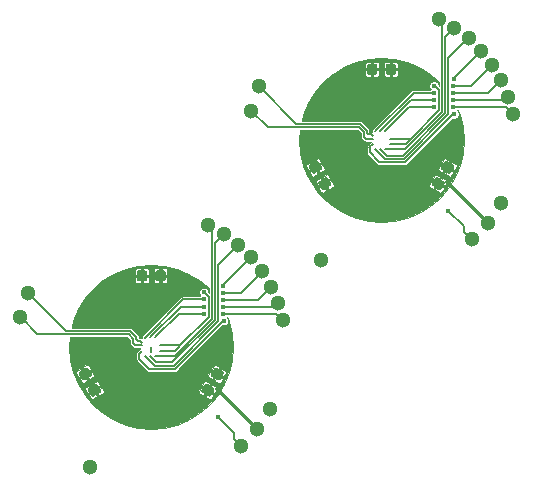
<source format=gbr>
G04 #@! TF.GenerationSoftware,KiCad,Pcbnew,5.0.2-bee76a0~70~ubuntu18.04.1*
G04 #@! TF.CreationDate,2019-07-08T07:54:46+02:00*
G04 #@! TF.ProjectId,lower_Sensor,6c6f7765-725f-4536-956e-736f722e6b69,rev?*
G04 #@! TF.SameCoordinates,Original*
G04 #@! TF.FileFunction,Copper,L1,Top*
G04 #@! TF.FilePolarity,Positive*
%FSLAX46Y46*%
G04 Gerber Fmt 4.6, Leading zero omitted, Abs format (unit mm)*
G04 Created by KiCad (PCBNEW 5.0.2-bee76a0~70~ubuntu18.04.1) date Mo 08 Jul 2019 07:54:46 CEST*
%MOMM*%
%LPD*%
G01*
G04 APERTURE LIST*
G04 #@! TA.AperFunction,ComponentPad*
%ADD10C,1.300000*%
G04 #@! TD*
G04 #@! TA.AperFunction,Conductor*
%ADD11C,0.100000*%
G04 #@! TD*
G04 #@! TA.AperFunction,SMDPad,CuDef*
%ADD12C,0.875000*%
G04 #@! TD*
G04 #@! TA.AperFunction,BGAPad,CuDef*
%ADD13C,0.150000*%
G04 #@! TD*
G04 #@! TA.AperFunction,ViaPad*
%ADD14C,0.450000*%
G04 #@! TD*
G04 #@! TA.AperFunction,Conductor*
%ADD15C,0.130000*%
G04 #@! TD*
G04 #@! TA.AperFunction,Conductor*
%ADD16C,0.200000*%
G04 #@! TD*
G04 #@! TA.AperFunction,Conductor*
%ADD17C,0.300000*%
G04 #@! TD*
G04 APERTURE END LIST*
D10*
G04 #@! TO.P,J3,1*
G04 #@! TO.N,N/C*
X139662320Y-57437620D03*
G04 #@! TD*
G04 #@! TO.P,J10,1*
G04 #@! TO.N,N/C*
X134335940Y-52225540D03*
G04 #@! TD*
G04 #@! TO.P,J14,1*
G04 #@! TO.N,N/C*
X119111180Y-57930380D03*
G04 #@! TD*
G04 #@! TO.P,J7,1*
G04 #@! TO.N,N/C*
X136878480Y-53868920D03*
G04 #@! TD*
G04 #@! TO.P,J16,1*
G04 #@! TO.N,N/C*
X137127400Y-70919940D03*
G04 #@! TD*
D11*
G04 #@! TO.N,GNDD*
G04 #@! TO.C,REF\002A\002A*
G36*
X135005911Y-64283558D02*
X135027031Y-64287401D01*
X135047673Y-64293296D01*
X135067638Y-64301186D01*
X135086733Y-64310994D01*
X135530571Y-64567244D01*
X135548613Y-64578877D01*
X135565428Y-64592222D01*
X135580854Y-64607151D01*
X135594742Y-64623520D01*
X135606959Y-64641172D01*
X135617387Y-64659936D01*
X135625925Y-64679632D01*
X135632492Y-64700070D01*
X135637024Y-64721054D01*
X135639478Y-64742380D01*
X135639829Y-64763844D01*
X135638075Y-64785240D01*
X135634232Y-64806360D01*
X135628337Y-64827002D01*
X135620447Y-64846967D01*
X135610639Y-64866062D01*
X135391889Y-65244948D01*
X135380256Y-65262990D01*
X135366911Y-65279805D01*
X135351982Y-65295231D01*
X135335613Y-65309119D01*
X135317961Y-65321336D01*
X135299197Y-65331764D01*
X135279501Y-65340302D01*
X135259063Y-65346869D01*
X135238079Y-65351401D01*
X135216753Y-65353855D01*
X135195289Y-65354206D01*
X135173893Y-65352452D01*
X135152773Y-65348609D01*
X135132131Y-65342714D01*
X135112166Y-65334824D01*
X135093071Y-65325016D01*
X134649233Y-65068766D01*
X134631191Y-65057133D01*
X134614376Y-65043788D01*
X134598950Y-65028859D01*
X134585062Y-65012490D01*
X134572845Y-64994838D01*
X134562417Y-64976074D01*
X134553879Y-64956378D01*
X134547312Y-64935940D01*
X134542780Y-64914956D01*
X134540326Y-64893630D01*
X134539975Y-64872166D01*
X134541729Y-64850770D01*
X134545572Y-64829650D01*
X134551467Y-64809008D01*
X134559357Y-64789043D01*
X134569165Y-64769948D01*
X134787915Y-64391062D01*
X134799548Y-64373020D01*
X134812893Y-64356205D01*
X134827822Y-64340779D01*
X134844191Y-64326891D01*
X134861843Y-64314674D01*
X134880607Y-64304246D01*
X134900303Y-64295708D01*
X134920741Y-64289141D01*
X134941725Y-64284609D01*
X134963051Y-64282155D01*
X134984515Y-64281804D01*
X135005911Y-64283558D01*
X135005911Y-64283558D01*
G37*
D12*
G04 #@! TD*
G04 #@! TO.P,REF\002A\002A,2*
G04 #@! TO.N,GNDD*
X135089902Y-64818005D03*
D11*
G04 #@! TO.N,GNDD*
G04 #@! TO.C,REF\002A\002A*
G36*
X134218411Y-65647548D02*
X134239531Y-65651391D01*
X134260173Y-65657286D01*
X134280138Y-65665176D01*
X134299233Y-65674984D01*
X134743071Y-65931234D01*
X134761113Y-65942867D01*
X134777928Y-65956212D01*
X134793354Y-65971141D01*
X134807242Y-65987510D01*
X134819459Y-66005162D01*
X134829887Y-66023926D01*
X134838425Y-66043622D01*
X134844992Y-66064060D01*
X134849524Y-66085044D01*
X134851978Y-66106370D01*
X134852329Y-66127834D01*
X134850575Y-66149230D01*
X134846732Y-66170350D01*
X134840837Y-66190992D01*
X134832947Y-66210957D01*
X134823139Y-66230052D01*
X134604389Y-66608938D01*
X134592756Y-66626980D01*
X134579411Y-66643795D01*
X134564482Y-66659221D01*
X134548113Y-66673109D01*
X134530461Y-66685326D01*
X134511697Y-66695754D01*
X134492001Y-66704292D01*
X134471563Y-66710859D01*
X134450579Y-66715391D01*
X134429253Y-66717845D01*
X134407789Y-66718196D01*
X134386393Y-66716442D01*
X134365273Y-66712599D01*
X134344631Y-66706704D01*
X134324666Y-66698814D01*
X134305571Y-66689006D01*
X133861733Y-66432756D01*
X133843691Y-66421123D01*
X133826876Y-66407778D01*
X133811450Y-66392849D01*
X133797562Y-66376480D01*
X133785345Y-66358828D01*
X133774917Y-66340064D01*
X133766379Y-66320368D01*
X133759812Y-66299930D01*
X133755280Y-66278946D01*
X133752826Y-66257620D01*
X133752475Y-66236156D01*
X133754229Y-66214760D01*
X133758072Y-66193640D01*
X133763967Y-66172998D01*
X133771857Y-66153033D01*
X133781665Y-66133938D01*
X134000415Y-65755052D01*
X134012048Y-65737010D01*
X134025393Y-65720195D01*
X134040322Y-65704769D01*
X134056691Y-65690881D01*
X134074343Y-65678664D01*
X134093107Y-65668236D01*
X134112803Y-65659698D01*
X134133241Y-65653131D01*
X134154225Y-65648599D01*
X134175551Y-65646145D01*
X134197015Y-65645794D01*
X134218411Y-65647548D01*
X134218411Y-65647548D01*
G37*
D12*
G04 #@! TD*
G04 #@! TO.P,REF\002A\002A,1*
G04 #@! TO.N,GNDD*
X134302402Y-66181995D03*
D10*
G04 #@! TO.P,J9,1*
G04 #@! TO.N,N/C*
X135671980Y-52979920D03*
G04 #@! TD*
D11*
G04 #@! TO.N,GNDD*
G04 #@! TO.C,REF\002A\002A*
G36*
X128952691Y-56026053D02*
X128973926Y-56029203D01*
X128994750Y-56034419D01*
X129014962Y-56041651D01*
X129034368Y-56050830D01*
X129052781Y-56061866D01*
X129070024Y-56074654D01*
X129085930Y-56089070D01*
X129100346Y-56104976D01*
X129113134Y-56122219D01*
X129124170Y-56140632D01*
X129133349Y-56160038D01*
X129140581Y-56180250D01*
X129145797Y-56201074D01*
X129148947Y-56222309D01*
X129150000Y-56243750D01*
X129150000Y-56756250D01*
X129148947Y-56777691D01*
X129145797Y-56798926D01*
X129140581Y-56819750D01*
X129133349Y-56839962D01*
X129124170Y-56859368D01*
X129113134Y-56877781D01*
X129100346Y-56895024D01*
X129085930Y-56910930D01*
X129070024Y-56925346D01*
X129052781Y-56938134D01*
X129034368Y-56949170D01*
X129014962Y-56958349D01*
X128994750Y-56965581D01*
X128973926Y-56970797D01*
X128952691Y-56973947D01*
X128931250Y-56975000D01*
X128493750Y-56975000D01*
X128472309Y-56973947D01*
X128451074Y-56970797D01*
X128430250Y-56965581D01*
X128410038Y-56958349D01*
X128390632Y-56949170D01*
X128372219Y-56938134D01*
X128354976Y-56925346D01*
X128339070Y-56910930D01*
X128324654Y-56895024D01*
X128311866Y-56877781D01*
X128300830Y-56859368D01*
X128291651Y-56839962D01*
X128284419Y-56819750D01*
X128279203Y-56798926D01*
X128276053Y-56777691D01*
X128275000Y-56756250D01*
X128275000Y-56243750D01*
X128276053Y-56222309D01*
X128279203Y-56201074D01*
X128284419Y-56180250D01*
X128291651Y-56160038D01*
X128300830Y-56140632D01*
X128311866Y-56122219D01*
X128324654Y-56104976D01*
X128339070Y-56089070D01*
X128354976Y-56074654D01*
X128372219Y-56061866D01*
X128390632Y-56050830D01*
X128410038Y-56041651D01*
X128430250Y-56034419D01*
X128451074Y-56029203D01*
X128472309Y-56026053D01*
X128493750Y-56025000D01*
X128931250Y-56025000D01*
X128952691Y-56026053D01*
X128952691Y-56026053D01*
G37*
D12*
G04 #@! TD*
G04 #@! TO.P,REF\002A\002A,2*
G04 #@! TO.N,GNDD*
X128712500Y-56500000D03*
D11*
G04 #@! TO.N,GNDD*
G04 #@! TO.C,REF\002A\002A*
G36*
X130527691Y-56026053D02*
X130548926Y-56029203D01*
X130569750Y-56034419D01*
X130589962Y-56041651D01*
X130609368Y-56050830D01*
X130627781Y-56061866D01*
X130645024Y-56074654D01*
X130660930Y-56089070D01*
X130675346Y-56104976D01*
X130688134Y-56122219D01*
X130699170Y-56140632D01*
X130708349Y-56160038D01*
X130715581Y-56180250D01*
X130720797Y-56201074D01*
X130723947Y-56222309D01*
X130725000Y-56243750D01*
X130725000Y-56756250D01*
X130723947Y-56777691D01*
X130720797Y-56798926D01*
X130715581Y-56819750D01*
X130708349Y-56839962D01*
X130699170Y-56859368D01*
X130688134Y-56877781D01*
X130675346Y-56895024D01*
X130660930Y-56910930D01*
X130645024Y-56925346D01*
X130627781Y-56938134D01*
X130609368Y-56949170D01*
X130589962Y-56958349D01*
X130569750Y-56965581D01*
X130548926Y-56970797D01*
X130527691Y-56973947D01*
X130506250Y-56975000D01*
X130068750Y-56975000D01*
X130047309Y-56973947D01*
X130026074Y-56970797D01*
X130005250Y-56965581D01*
X129985038Y-56958349D01*
X129965632Y-56949170D01*
X129947219Y-56938134D01*
X129929976Y-56925346D01*
X129914070Y-56910930D01*
X129899654Y-56895024D01*
X129886866Y-56877781D01*
X129875830Y-56859368D01*
X129866651Y-56839962D01*
X129859419Y-56819750D01*
X129854203Y-56798926D01*
X129851053Y-56777691D01*
X129850000Y-56756250D01*
X129850000Y-56243750D01*
X129851053Y-56222309D01*
X129854203Y-56201074D01*
X129859419Y-56180250D01*
X129866651Y-56160038D01*
X129875830Y-56140632D01*
X129886866Y-56122219D01*
X129899654Y-56104976D01*
X129914070Y-56089070D01*
X129929976Y-56074654D01*
X129947219Y-56061866D01*
X129965632Y-56050830D01*
X129985038Y-56041651D01*
X130005250Y-56034419D01*
X130026074Y-56029203D01*
X130047309Y-56026053D01*
X130068750Y-56025000D01*
X130506250Y-56025000D01*
X130527691Y-56026053D01*
X130527691Y-56026053D01*
G37*
D12*
G04 #@! TD*
G04 #@! TO.P,REF\002A\002A,1*
G04 #@! TO.N,GNDD*
X130287500Y-56500000D03*
D10*
G04 #@! TO.P,J13,1*
G04 #@! TO.N,N/C*
X118427920Y-60005560D03*
G04 #@! TD*
D11*
G04 #@! TO.N,GNDD*
G04 #@! TO.C,REF\002A\002A*
G36*
X124824449Y-65646145D02*
X124845775Y-65648599D01*
X124866759Y-65653131D01*
X124887197Y-65659698D01*
X124906893Y-65668236D01*
X124925657Y-65678664D01*
X124943309Y-65690881D01*
X124959678Y-65704769D01*
X124974607Y-65720195D01*
X124987952Y-65737010D01*
X124999585Y-65755052D01*
X125218335Y-66133938D01*
X125228143Y-66153033D01*
X125236033Y-66172998D01*
X125241928Y-66193640D01*
X125245771Y-66214760D01*
X125247525Y-66236156D01*
X125247174Y-66257620D01*
X125244720Y-66278946D01*
X125240188Y-66299930D01*
X125233621Y-66320368D01*
X125225083Y-66340064D01*
X125214655Y-66358828D01*
X125202438Y-66376480D01*
X125188550Y-66392849D01*
X125173124Y-66407778D01*
X125156309Y-66421123D01*
X125138267Y-66432756D01*
X124694429Y-66689006D01*
X124675334Y-66698814D01*
X124655369Y-66706704D01*
X124634727Y-66712599D01*
X124613607Y-66716442D01*
X124592211Y-66718196D01*
X124570747Y-66717845D01*
X124549421Y-66715391D01*
X124528437Y-66710859D01*
X124507999Y-66704292D01*
X124488303Y-66695754D01*
X124469539Y-66685326D01*
X124451887Y-66673109D01*
X124435518Y-66659221D01*
X124420589Y-66643795D01*
X124407244Y-66626980D01*
X124395611Y-66608938D01*
X124176861Y-66230052D01*
X124167053Y-66210957D01*
X124159163Y-66190992D01*
X124153268Y-66170350D01*
X124149425Y-66149230D01*
X124147671Y-66127834D01*
X124148022Y-66106370D01*
X124150476Y-66085044D01*
X124155008Y-66064060D01*
X124161575Y-66043622D01*
X124170113Y-66023926D01*
X124180541Y-66005162D01*
X124192758Y-65987510D01*
X124206646Y-65971141D01*
X124222072Y-65956212D01*
X124238887Y-65942867D01*
X124256929Y-65931234D01*
X124700767Y-65674984D01*
X124719862Y-65665176D01*
X124739827Y-65657286D01*
X124760469Y-65651391D01*
X124781589Y-65647548D01*
X124802985Y-65645794D01*
X124824449Y-65646145D01*
X124824449Y-65646145D01*
G37*
D12*
G04 #@! TD*
G04 #@! TO.P,REF\002A\002A,2*
G04 #@! TO.N,GNDD*
X124697598Y-66181995D03*
D11*
G04 #@! TO.N,GNDD*
G04 #@! TO.C,REF\002A\002A*
G36*
X124036949Y-64282155D02*
X124058275Y-64284609D01*
X124079259Y-64289141D01*
X124099697Y-64295708D01*
X124119393Y-64304246D01*
X124138157Y-64314674D01*
X124155809Y-64326891D01*
X124172178Y-64340779D01*
X124187107Y-64356205D01*
X124200452Y-64373020D01*
X124212085Y-64391062D01*
X124430835Y-64769948D01*
X124440643Y-64789043D01*
X124448533Y-64809008D01*
X124454428Y-64829650D01*
X124458271Y-64850770D01*
X124460025Y-64872166D01*
X124459674Y-64893630D01*
X124457220Y-64914956D01*
X124452688Y-64935940D01*
X124446121Y-64956378D01*
X124437583Y-64976074D01*
X124427155Y-64994838D01*
X124414938Y-65012490D01*
X124401050Y-65028859D01*
X124385624Y-65043788D01*
X124368809Y-65057133D01*
X124350767Y-65068766D01*
X123906929Y-65325016D01*
X123887834Y-65334824D01*
X123867869Y-65342714D01*
X123847227Y-65348609D01*
X123826107Y-65352452D01*
X123804711Y-65354206D01*
X123783247Y-65353855D01*
X123761921Y-65351401D01*
X123740937Y-65346869D01*
X123720499Y-65340302D01*
X123700803Y-65331764D01*
X123682039Y-65321336D01*
X123664387Y-65309119D01*
X123648018Y-65295231D01*
X123633089Y-65279805D01*
X123619744Y-65262990D01*
X123608111Y-65244948D01*
X123389361Y-64866062D01*
X123379553Y-64846967D01*
X123371663Y-64827002D01*
X123365768Y-64806360D01*
X123361925Y-64785240D01*
X123360171Y-64763844D01*
X123360522Y-64742380D01*
X123362976Y-64721054D01*
X123367508Y-64700070D01*
X123374075Y-64679632D01*
X123382613Y-64659936D01*
X123393041Y-64641172D01*
X123405258Y-64623520D01*
X123419146Y-64607151D01*
X123434572Y-64592222D01*
X123451387Y-64578877D01*
X123469429Y-64567244D01*
X123913267Y-64310994D01*
X123932362Y-64301186D01*
X123952327Y-64293296D01*
X123972969Y-64287401D01*
X123994089Y-64283558D01*
X124015485Y-64281804D01*
X124036949Y-64282155D01*
X124036949Y-64282155D01*
G37*
D12*
G04 #@! TD*
G04 #@! TO.P,REF\002A\002A,1*
G04 #@! TO.N,GNDD*
X123910098Y-64818005D03*
D10*
G04 #@! TO.P,J2,1*
G04 #@! TO.N,N/C*
X140231280Y-58814300D03*
G04 #@! TD*
G04 #@! TO.P,J15,1*
G04 #@! TO.N,N/C*
X124363900Y-72659840D03*
G04 #@! TD*
G04 #@! TO.P,J8,1*
G04 #@! TO.N,N/C*
X139578500Y-67803360D03*
G04 #@! TD*
G04 #@! TO.P,J5,1*
G04 #@! TO.N,N/C*
X137960520Y-54920480D03*
G04 #@! TD*
G04 #@! TO.P,J4,1*
G04 #@! TO.N,N/C*
X138900320Y-56106660D03*
G04 #@! TD*
G04 #@! TO.P,J6,1*
G04 #@! TO.N,GNDD*
X138488840Y-69484840D03*
G04 #@! TD*
D13*
G04 #@! TO.P,REF\002A\002A,ELEC*
G04 #@! TO.N,N/C*
X128747000Y-62390000D03*
G04 #@! TO.P,REF\002A\002A,O2*
X128747000Y-62170000D03*
G04 #@! TO.P,REF\002A\002A,G*
X128747000Y-62830000D03*
G04 #@! TO.P,REF\002A\002A,D2m*
X129830000Y-63253000D03*
G04 #@! TO.P,REF\002A\002A,D4m*
X128950000Y-63253000D03*
G04 #@! TO.P,REF\002A\002A,D3m*
X129390000Y-63253000D03*
G04 #@! TO.P,REF\002A\002A,S*
X130253000Y-62390000D03*
G04 #@! TO.P,REF\002A\002A,SUB*
X130253000Y-62830000D03*
G04 #@! TO.P,REF\002A\002A,D1i*
X130253000Y-61950000D03*
G04 #@! TO.P,REF\002A\002A,D3i*
X129390000Y-61747000D03*
G04 #@! TO.P,REF\002A\002A,D2i*
X129830000Y-61747000D03*
G04 #@! TO.P,REF\002A\002A,D4i*
X128950000Y-61747000D03*
G04 #@! TD*
D10*
G04 #@! TO.P,J1,1*
G04 #@! TO.N,N/C*
X140635140Y-60269720D03*
G04 #@! TD*
D11*
G04 #@! TO.N,GNDD*
G04 #@! TO.C,REF\002A\002A*
G36*
X104536949Y-81782155D02*
X104558275Y-81784609D01*
X104579259Y-81789141D01*
X104599697Y-81795708D01*
X104619393Y-81804246D01*
X104638157Y-81814674D01*
X104655809Y-81826891D01*
X104672178Y-81840779D01*
X104687107Y-81856205D01*
X104700452Y-81873020D01*
X104712085Y-81891062D01*
X104930835Y-82269948D01*
X104940643Y-82289043D01*
X104948533Y-82309008D01*
X104954428Y-82329650D01*
X104958271Y-82350770D01*
X104960025Y-82372166D01*
X104959674Y-82393630D01*
X104957220Y-82414956D01*
X104952688Y-82435940D01*
X104946121Y-82456378D01*
X104937583Y-82476074D01*
X104927155Y-82494838D01*
X104914938Y-82512490D01*
X104901050Y-82528859D01*
X104885624Y-82543788D01*
X104868809Y-82557133D01*
X104850767Y-82568766D01*
X104406929Y-82825016D01*
X104387834Y-82834824D01*
X104367869Y-82842714D01*
X104347227Y-82848609D01*
X104326107Y-82852452D01*
X104304711Y-82854206D01*
X104283247Y-82853855D01*
X104261921Y-82851401D01*
X104240937Y-82846869D01*
X104220499Y-82840302D01*
X104200803Y-82831764D01*
X104182039Y-82821336D01*
X104164387Y-82809119D01*
X104148018Y-82795231D01*
X104133089Y-82779805D01*
X104119744Y-82762990D01*
X104108111Y-82744948D01*
X103889361Y-82366062D01*
X103879553Y-82346967D01*
X103871663Y-82327002D01*
X103865768Y-82306360D01*
X103861925Y-82285240D01*
X103860171Y-82263844D01*
X103860522Y-82242380D01*
X103862976Y-82221054D01*
X103867508Y-82200070D01*
X103874075Y-82179632D01*
X103882613Y-82159936D01*
X103893041Y-82141172D01*
X103905258Y-82123520D01*
X103919146Y-82107151D01*
X103934572Y-82092222D01*
X103951387Y-82078877D01*
X103969429Y-82067244D01*
X104413267Y-81810994D01*
X104432362Y-81801186D01*
X104452327Y-81793296D01*
X104472969Y-81787401D01*
X104494089Y-81783558D01*
X104515485Y-81781804D01*
X104536949Y-81782155D01*
X104536949Y-81782155D01*
G37*
D12*
G04 #@! TD*
G04 #@! TO.P,REF\002A\002A,1*
G04 #@! TO.N,GNDD*
X104410098Y-82318005D03*
D11*
G04 #@! TO.N,GNDD*
G04 #@! TO.C,REF\002A\002A*
G36*
X105324449Y-83146145D02*
X105345775Y-83148599D01*
X105366759Y-83153131D01*
X105387197Y-83159698D01*
X105406893Y-83168236D01*
X105425657Y-83178664D01*
X105443309Y-83190881D01*
X105459678Y-83204769D01*
X105474607Y-83220195D01*
X105487952Y-83237010D01*
X105499585Y-83255052D01*
X105718335Y-83633938D01*
X105728143Y-83653033D01*
X105736033Y-83672998D01*
X105741928Y-83693640D01*
X105745771Y-83714760D01*
X105747525Y-83736156D01*
X105747174Y-83757620D01*
X105744720Y-83778946D01*
X105740188Y-83799930D01*
X105733621Y-83820368D01*
X105725083Y-83840064D01*
X105714655Y-83858828D01*
X105702438Y-83876480D01*
X105688550Y-83892849D01*
X105673124Y-83907778D01*
X105656309Y-83921123D01*
X105638267Y-83932756D01*
X105194429Y-84189006D01*
X105175334Y-84198814D01*
X105155369Y-84206704D01*
X105134727Y-84212599D01*
X105113607Y-84216442D01*
X105092211Y-84218196D01*
X105070747Y-84217845D01*
X105049421Y-84215391D01*
X105028437Y-84210859D01*
X105007999Y-84204292D01*
X104988303Y-84195754D01*
X104969539Y-84185326D01*
X104951887Y-84173109D01*
X104935518Y-84159221D01*
X104920589Y-84143795D01*
X104907244Y-84126980D01*
X104895611Y-84108938D01*
X104676861Y-83730052D01*
X104667053Y-83710957D01*
X104659163Y-83690992D01*
X104653268Y-83670350D01*
X104649425Y-83649230D01*
X104647671Y-83627834D01*
X104648022Y-83606370D01*
X104650476Y-83585044D01*
X104655008Y-83564060D01*
X104661575Y-83543622D01*
X104670113Y-83523926D01*
X104680541Y-83505162D01*
X104692758Y-83487510D01*
X104706646Y-83471141D01*
X104722072Y-83456212D01*
X104738887Y-83442867D01*
X104756929Y-83431234D01*
X105200767Y-83174984D01*
X105219862Y-83165176D01*
X105239827Y-83157286D01*
X105260469Y-83151391D01*
X105281589Y-83147548D01*
X105302985Y-83145794D01*
X105324449Y-83146145D01*
X105324449Y-83146145D01*
G37*
D12*
G04 #@! TD*
G04 #@! TO.P,REF\002A\002A,2*
G04 #@! TO.N,GNDD*
X105197598Y-83681995D03*
D11*
G04 #@! TO.N,GNDD*
G04 #@! TO.C,REF\002A\002A*
G36*
X114718411Y-83147548D02*
X114739531Y-83151391D01*
X114760173Y-83157286D01*
X114780138Y-83165176D01*
X114799233Y-83174984D01*
X115243071Y-83431234D01*
X115261113Y-83442867D01*
X115277928Y-83456212D01*
X115293354Y-83471141D01*
X115307242Y-83487510D01*
X115319459Y-83505162D01*
X115329887Y-83523926D01*
X115338425Y-83543622D01*
X115344992Y-83564060D01*
X115349524Y-83585044D01*
X115351978Y-83606370D01*
X115352329Y-83627834D01*
X115350575Y-83649230D01*
X115346732Y-83670350D01*
X115340837Y-83690992D01*
X115332947Y-83710957D01*
X115323139Y-83730052D01*
X115104389Y-84108938D01*
X115092756Y-84126980D01*
X115079411Y-84143795D01*
X115064482Y-84159221D01*
X115048113Y-84173109D01*
X115030461Y-84185326D01*
X115011697Y-84195754D01*
X114992001Y-84204292D01*
X114971563Y-84210859D01*
X114950579Y-84215391D01*
X114929253Y-84217845D01*
X114907789Y-84218196D01*
X114886393Y-84216442D01*
X114865273Y-84212599D01*
X114844631Y-84206704D01*
X114824666Y-84198814D01*
X114805571Y-84189006D01*
X114361733Y-83932756D01*
X114343691Y-83921123D01*
X114326876Y-83907778D01*
X114311450Y-83892849D01*
X114297562Y-83876480D01*
X114285345Y-83858828D01*
X114274917Y-83840064D01*
X114266379Y-83820368D01*
X114259812Y-83799930D01*
X114255280Y-83778946D01*
X114252826Y-83757620D01*
X114252475Y-83736156D01*
X114254229Y-83714760D01*
X114258072Y-83693640D01*
X114263967Y-83672998D01*
X114271857Y-83653033D01*
X114281665Y-83633938D01*
X114500415Y-83255052D01*
X114512048Y-83237010D01*
X114525393Y-83220195D01*
X114540322Y-83204769D01*
X114556691Y-83190881D01*
X114574343Y-83178664D01*
X114593107Y-83168236D01*
X114612803Y-83159698D01*
X114633241Y-83153131D01*
X114654225Y-83148599D01*
X114675551Y-83146145D01*
X114697015Y-83145794D01*
X114718411Y-83147548D01*
X114718411Y-83147548D01*
G37*
D12*
G04 #@! TD*
G04 #@! TO.P,REF\002A\002A,1*
G04 #@! TO.N,GNDD*
X114802402Y-83681995D03*
D11*
G04 #@! TO.N,GNDD*
G04 #@! TO.C,REF\002A\002A*
G36*
X115505911Y-81783558D02*
X115527031Y-81787401D01*
X115547673Y-81793296D01*
X115567638Y-81801186D01*
X115586733Y-81810994D01*
X116030571Y-82067244D01*
X116048613Y-82078877D01*
X116065428Y-82092222D01*
X116080854Y-82107151D01*
X116094742Y-82123520D01*
X116106959Y-82141172D01*
X116117387Y-82159936D01*
X116125925Y-82179632D01*
X116132492Y-82200070D01*
X116137024Y-82221054D01*
X116139478Y-82242380D01*
X116139829Y-82263844D01*
X116138075Y-82285240D01*
X116134232Y-82306360D01*
X116128337Y-82327002D01*
X116120447Y-82346967D01*
X116110639Y-82366062D01*
X115891889Y-82744948D01*
X115880256Y-82762990D01*
X115866911Y-82779805D01*
X115851982Y-82795231D01*
X115835613Y-82809119D01*
X115817961Y-82821336D01*
X115799197Y-82831764D01*
X115779501Y-82840302D01*
X115759063Y-82846869D01*
X115738079Y-82851401D01*
X115716753Y-82853855D01*
X115695289Y-82854206D01*
X115673893Y-82852452D01*
X115652773Y-82848609D01*
X115632131Y-82842714D01*
X115612166Y-82834824D01*
X115593071Y-82825016D01*
X115149233Y-82568766D01*
X115131191Y-82557133D01*
X115114376Y-82543788D01*
X115098950Y-82528859D01*
X115085062Y-82512490D01*
X115072845Y-82494838D01*
X115062417Y-82476074D01*
X115053879Y-82456378D01*
X115047312Y-82435940D01*
X115042780Y-82414956D01*
X115040326Y-82393630D01*
X115039975Y-82372166D01*
X115041729Y-82350770D01*
X115045572Y-82329650D01*
X115051467Y-82309008D01*
X115059357Y-82289043D01*
X115069165Y-82269948D01*
X115287915Y-81891062D01*
X115299548Y-81873020D01*
X115312893Y-81856205D01*
X115327822Y-81840779D01*
X115344191Y-81826891D01*
X115361843Y-81814674D01*
X115380607Y-81804246D01*
X115400303Y-81795708D01*
X115420741Y-81789141D01*
X115441725Y-81784609D01*
X115463051Y-81782155D01*
X115484515Y-81781804D01*
X115505911Y-81783558D01*
X115505911Y-81783558D01*
G37*
D12*
G04 #@! TD*
G04 #@! TO.P,REF\002A\002A,2*
G04 #@! TO.N,GNDD*
X115589902Y-82318005D03*
D11*
G04 #@! TO.N,GNDD*
G04 #@! TO.C,REF\002A\002A*
G36*
X111027691Y-73526053D02*
X111048926Y-73529203D01*
X111069750Y-73534419D01*
X111089962Y-73541651D01*
X111109368Y-73550830D01*
X111127781Y-73561866D01*
X111145024Y-73574654D01*
X111160930Y-73589070D01*
X111175346Y-73604976D01*
X111188134Y-73622219D01*
X111199170Y-73640632D01*
X111208349Y-73660038D01*
X111215581Y-73680250D01*
X111220797Y-73701074D01*
X111223947Y-73722309D01*
X111225000Y-73743750D01*
X111225000Y-74256250D01*
X111223947Y-74277691D01*
X111220797Y-74298926D01*
X111215581Y-74319750D01*
X111208349Y-74339962D01*
X111199170Y-74359368D01*
X111188134Y-74377781D01*
X111175346Y-74395024D01*
X111160930Y-74410930D01*
X111145024Y-74425346D01*
X111127781Y-74438134D01*
X111109368Y-74449170D01*
X111089962Y-74458349D01*
X111069750Y-74465581D01*
X111048926Y-74470797D01*
X111027691Y-74473947D01*
X111006250Y-74475000D01*
X110568750Y-74475000D01*
X110547309Y-74473947D01*
X110526074Y-74470797D01*
X110505250Y-74465581D01*
X110485038Y-74458349D01*
X110465632Y-74449170D01*
X110447219Y-74438134D01*
X110429976Y-74425346D01*
X110414070Y-74410930D01*
X110399654Y-74395024D01*
X110386866Y-74377781D01*
X110375830Y-74359368D01*
X110366651Y-74339962D01*
X110359419Y-74319750D01*
X110354203Y-74298926D01*
X110351053Y-74277691D01*
X110350000Y-74256250D01*
X110350000Y-73743750D01*
X110351053Y-73722309D01*
X110354203Y-73701074D01*
X110359419Y-73680250D01*
X110366651Y-73660038D01*
X110375830Y-73640632D01*
X110386866Y-73622219D01*
X110399654Y-73604976D01*
X110414070Y-73589070D01*
X110429976Y-73574654D01*
X110447219Y-73561866D01*
X110465632Y-73550830D01*
X110485038Y-73541651D01*
X110505250Y-73534419D01*
X110526074Y-73529203D01*
X110547309Y-73526053D01*
X110568750Y-73525000D01*
X111006250Y-73525000D01*
X111027691Y-73526053D01*
X111027691Y-73526053D01*
G37*
D12*
G04 #@! TD*
G04 #@! TO.P,REF\002A\002A,1*
G04 #@! TO.N,GNDD*
X110787500Y-74000000D03*
D11*
G04 #@! TO.N,GNDD*
G04 #@! TO.C,REF\002A\002A*
G36*
X109452691Y-73526053D02*
X109473926Y-73529203D01*
X109494750Y-73534419D01*
X109514962Y-73541651D01*
X109534368Y-73550830D01*
X109552781Y-73561866D01*
X109570024Y-73574654D01*
X109585930Y-73589070D01*
X109600346Y-73604976D01*
X109613134Y-73622219D01*
X109624170Y-73640632D01*
X109633349Y-73660038D01*
X109640581Y-73680250D01*
X109645797Y-73701074D01*
X109648947Y-73722309D01*
X109650000Y-73743750D01*
X109650000Y-74256250D01*
X109648947Y-74277691D01*
X109645797Y-74298926D01*
X109640581Y-74319750D01*
X109633349Y-74339962D01*
X109624170Y-74359368D01*
X109613134Y-74377781D01*
X109600346Y-74395024D01*
X109585930Y-74410930D01*
X109570024Y-74425346D01*
X109552781Y-74438134D01*
X109534368Y-74449170D01*
X109514962Y-74458349D01*
X109494750Y-74465581D01*
X109473926Y-74470797D01*
X109452691Y-74473947D01*
X109431250Y-74475000D01*
X108993750Y-74475000D01*
X108972309Y-74473947D01*
X108951074Y-74470797D01*
X108930250Y-74465581D01*
X108910038Y-74458349D01*
X108890632Y-74449170D01*
X108872219Y-74438134D01*
X108854976Y-74425346D01*
X108839070Y-74410930D01*
X108824654Y-74395024D01*
X108811866Y-74377781D01*
X108800830Y-74359368D01*
X108791651Y-74339962D01*
X108784419Y-74319750D01*
X108779203Y-74298926D01*
X108776053Y-74277691D01*
X108775000Y-74256250D01*
X108775000Y-73743750D01*
X108776053Y-73722309D01*
X108779203Y-73701074D01*
X108784419Y-73680250D01*
X108791651Y-73660038D01*
X108800830Y-73640632D01*
X108811866Y-73622219D01*
X108824654Y-73604976D01*
X108839070Y-73589070D01*
X108854976Y-73574654D01*
X108872219Y-73561866D01*
X108890632Y-73550830D01*
X108910038Y-73541651D01*
X108930250Y-73534419D01*
X108951074Y-73529203D01*
X108972309Y-73526053D01*
X108993750Y-73525000D01*
X109431250Y-73525000D01*
X109452691Y-73526053D01*
X109452691Y-73526053D01*
G37*
D12*
G04 #@! TD*
G04 #@! TO.P,REF\002A\002A,2*
G04 #@! TO.N,GNDD*
X109212500Y-74000000D03*
D10*
G04 #@! TO.P,J14,1*
G04 #@! TO.N,O2_ELEC1*
X99611180Y-75430380D03*
G04 #@! TD*
G04 #@! TO.P,J16,1*
G04 #@! TO.N,GNDD*
X117627400Y-88419940D03*
G04 #@! TD*
G04 #@! TO.P,J15,1*
G04 #@! TO.N,N/C*
X104863900Y-90159840D03*
G04 #@! TD*
G04 #@! TO.P,J13,1*
G04 #@! TO.N,ELEC1*
X98927920Y-77505560D03*
G04 #@! TD*
G04 #@! TO.P,J2,1*
G04 #@! TO.N,ISFET1_D3*
X120731280Y-76314300D03*
G04 #@! TD*
G04 #@! TO.P,J1,1*
G04 #@! TO.N,ISFET1_D2*
X121135140Y-77769720D03*
G04 #@! TD*
G04 #@! TO.P,J10,1*
G04 #@! TO.N,REFFET1_D2*
X114835940Y-69725540D03*
G04 #@! TD*
G04 #@! TO.P,J9,1*
G04 #@! TO.N,REFFET1_D3*
X116171980Y-70479920D03*
G04 #@! TD*
G04 #@! TO.P,J8,1*
G04 #@! TO.N,N/C*
X120078500Y-85303360D03*
G04 #@! TD*
G04 #@! TO.P,J7,1*
G04 #@! TO.N,REFFET1_D4*
X117378480Y-71368920D03*
G04 #@! TD*
G04 #@! TO.P,J5,1*
G04 #@! TO.N,N/C*
X118460520Y-72420480D03*
G04 #@! TD*
G04 #@! TO.P,J4,1*
G04 #@! TO.N,N/C*
X119400320Y-73606660D03*
G04 #@! TD*
G04 #@! TO.P,J3,1*
G04 #@! TO.N,ISFET1_D4*
X120162320Y-74937620D03*
G04 #@! TD*
G04 #@! TO.P,J6,1*
G04 #@! TO.N,GNDD*
X118988840Y-86984840D03*
G04 #@! TD*
D13*
G04 #@! TO.P,REF\002A\002A,D4i*
G04 #@! TO.N,ISFET1_D4*
X109450000Y-79247000D03*
G04 #@! TO.P,REF\002A\002A,D2i*
G04 #@! TO.N,ISFET1_D2*
X110330000Y-79247000D03*
G04 #@! TO.P,REF\002A\002A,D3i*
G04 #@! TO.N,ISFET1_D3*
X109890000Y-79247000D03*
G04 #@! TO.P,REF\002A\002A,D1i*
G04 #@! TO.N,ISFET1_D1*
X110753000Y-79450000D03*
G04 #@! TO.P,REF\002A\002A,SUB*
G04 #@! TO.N,N/C*
X110753000Y-80330000D03*
G04 #@! TO.P,REF\002A\002A,S*
X110753000Y-79890000D03*
G04 #@! TO.P,REF\002A\002A,D3m*
G04 #@! TO.N,REFFET1_D3*
X109890000Y-80753000D03*
G04 #@! TO.P,REF\002A\002A,D4m*
G04 #@! TO.N,REFFET1_D4*
X109450000Y-80753000D03*
G04 #@! TO.P,REF\002A\002A,D2m*
G04 #@! TO.N,REFFET1_D2*
X110330000Y-80753000D03*
G04 #@! TO.P,REF\002A\002A,G*
G04 #@! TO.N,N/C*
X109247000Y-80330000D03*
G04 #@! TO.P,REF\002A\002A,O2*
G04 #@! TO.N,O2_ELEC1*
X109247000Y-79670000D03*
G04 #@! TO.P,REF\002A\002A,ELEC*
G04 #@! TO.N,ELEC1*
X109247000Y-79890000D03*
G04 #@! TD*
D14*
G04 #@! TO.N,*
X115650000Y-85990000D03*
X114448408Y-75400635D03*
X116083482Y-75460889D03*
X116130192Y-77782223D03*
X116109996Y-74820000D03*
X135630192Y-60282223D03*
X135609996Y-57320000D03*
X133948408Y-57900635D03*
X135150000Y-68490000D03*
X135583482Y-57960889D03*
X135583482Y-58541746D03*
X133963439Y-58480452D03*
X135580043Y-59124375D03*
X133960000Y-59120000D03*
X133960000Y-59700000D03*
X135580044Y-59704393D03*
G04 #@! TO.N,ISFET1_D4*
X114463439Y-75980452D03*
X116083482Y-76041746D03*
G04 #@! TO.N,ISFET1_D3*
X116080043Y-76624375D03*
X114460000Y-76620000D03*
G04 #@! TO.N,ISFET1_D2*
X116080044Y-77204393D03*
X114460000Y-77200000D03*
G04 #@! TD*
D15*
G04 #@! TO.N,*
X109247000Y-80330000D02*
X108985340Y-80591660D01*
X110000000Y-80000000D02*
X110000000Y-80482999D01*
X110859066Y-80330000D02*
X110864186Y-80335120D01*
X110753000Y-80330000D02*
X110859066Y-80330000D01*
X110864186Y-80335120D02*
X112036860Y-80335120D01*
X112036860Y-80335120D02*
X112473740Y-79898240D01*
X116077243Y-75458320D02*
X116079812Y-75460889D01*
X116079812Y-75460889D02*
X116083482Y-75460889D01*
X117580000Y-75460000D02*
X119380000Y-73660000D01*
X116083482Y-75460889D02*
X116084371Y-75460000D01*
X116084371Y-75460000D02*
X117580000Y-75460000D01*
X114544589Y-75440000D02*
X114450000Y-75440000D01*
X112480000Y-79890000D02*
X114880002Y-77489998D01*
X110753000Y-79890000D02*
X112480000Y-79890000D01*
X114880002Y-77489998D02*
X114880002Y-76185491D01*
X114880002Y-76185491D02*
X114883440Y-76182053D01*
X114883440Y-75778851D02*
X114544589Y-75440000D01*
X114883440Y-76182053D02*
X114883440Y-75778851D01*
X108990000Y-81040000D02*
X108990000Y-80590000D01*
X112000000Y-81870000D02*
X109820000Y-81870000D01*
X116130192Y-77782223D02*
X116087777Y-77782223D01*
X109820000Y-81870000D02*
X108990000Y-81040000D01*
X116087777Y-77782223D02*
X112000000Y-81870000D01*
X118460520Y-72420480D02*
X116109996Y-74771004D01*
X116109996Y-74771004D02*
X116109996Y-74820000D01*
X130364186Y-62835120D02*
X131536860Y-62835120D01*
X134380002Y-59989998D02*
X134380002Y-58685491D01*
X130253000Y-62830000D02*
X130359066Y-62830000D01*
X131500000Y-64370000D02*
X129320000Y-64370000D01*
X134383440Y-58278851D02*
X134044589Y-57940000D01*
X130253000Y-62390000D02*
X131980000Y-62390000D01*
X135583482Y-57960889D02*
X135584371Y-57960000D01*
X131980000Y-62390000D02*
X134380002Y-59989998D01*
X137960520Y-54920480D02*
X135609996Y-57271004D01*
X135609996Y-57271004D02*
X135609996Y-57320000D01*
X134044589Y-57940000D02*
X133950000Y-57940000D01*
X134380002Y-58685491D02*
X134383440Y-58682053D01*
X128490000Y-63540000D02*
X128490000Y-63090000D01*
X134383440Y-58682053D02*
X134383440Y-58278851D01*
X135584371Y-57960000D02*
X137080000Y-57960000D01*
X135587777Y-60282223D02*
X131500000Y-64370000D01*
X137080000Y-57960000D02*
X138880000Y-56160000D01*
X131536860Y-62835120D02*
X131973740Y-62398240D01*
X130359066Y-62830000D02*
X130364186Y-62835120D01*
X129320000Y-64370000D02*
X128490000Y-63540000D01*
X135630192Y-60282223D02*
X135587777Y-60282223D01*
X128747000Y-62830000D02*
X128485340Y-63091660D01*
X135577243Y-57958320D02*
X135579812Y-57960889D01*
X135579812Y-57960889D02*
X135583482Y-57960889D01*
X136477401Y-70269941D02*
X136477401Y-69797401D01*
X137127400Y-70919940D02*
X136477401Y-70269941D01*
X136477401Y-69797401D02*
X135160000Y-68480000D01*
X134643450Y-58789752D02*
X134643450Y-58171152D01*
X131501159Y-63253000D02*
X134640012Y-60114148D01*
X134633798Y-58161500D02*
X134633798Y-52525938D01*
X134640012Y-58793190D02*
X134643450Y-58789752D01*
X134633798Y-52525938D02*
X134343560Y-52235700D01*
X134640012Y-60114148D02*
X134640012Y-58793190D01*
X129830000Y-63253000D02*
X131501159Y-63253000D01*
X134643450Y-58171152D02*
X134633798Y-58161500D01*
X131290139Y-63831731D02*
X129927431Y-63831731D01*
X134900023Y-60221846D02*
X131290139Y-63831731D01*
X134903461Y-58897452D02*
X134900023Y-58900890D01*
X129927431Y-63831731D02*
X129390560Y-63294860D01*
X134903461Y-53748439D02*
X134903461Y-58897452D01*
X134900023Y-58900890D02*
X134900023Y-60221846D01*
X135671980Y-52979920D02*
X134903461Y-53748439D01*
X135160034Y-60329546D02*
X135160034Y-59008590D01*
X129819731Y-64091742D02*
X131397839Y-64091742D01*
X129788741Y-64091741D02*
X129819731Y-64091742D01*
X135160034Y-59008590D02*
X135163472Y-59005152D01*
X128950000Y-63253000D02*
X129788741Y-64091741D01*
X131397839Y-64091742D02*
X135160034Y-60329546D01*
X135163472Y-55568688D02*
X136845460Y-53886700D01*
X135163472Y-59005152D02*
X135163472Y-55568688D01*
X128948600Y-61748000D02*
X132216148Y-58480452D01*
X133645241Y-58480452D02*
X133963439Y-58480452D01*
X138560734Y-58541746D02*
X135901680Y-58541746D01*
X132216148Y-58480452D02*
X133645241Y-58480452D01*
X135901680Y-58541746D02*
X135583482Y-58541746D01*
X139657240Y-57445240D02*
X138560734Y-58541746D01*
X129403260Y-61704999D02*
X131998259Y-59110000D01*
X131998259Y-59110000D02*
X133910380Y-59110000D01*
X133910380Y-59110000D02*
X133945190Y-59144810D01*
X133945190Y-59144810D02*
X133945190Y-59060177D01*
X135898241Y-59124375D02*
X135580043Y-59124375D01*
X140251600Y-58821920D02*
X139949145Y-59124375D01*
X139949145Y-59124375D02*
X135898241Y-59124375D01*
X140059653Y-59704393D02*
X135898242Y-59704393D01*
X135898242Y-59704393D02*
X135580044Y-59704393D01*
X140645300Y-60290040D02*
X140059653Y-59704393D01*
X133641802Y-59700000D02*
X133960000Y-59700000D01*
X129835060Y-61714980D02*
X131850040Y-59700000D01*
X131850040Y-59700000D02*
X133641802Y-59700000D01*
X128168820Y-62390620D02*
X127980250Y-62202050D01*
X127588764Y-61417800D02*
X119865560Y-61417800D01*
X119865560Y-61417800D02*
X118448240Y-60000480D01*
X127980250Y-62202050D02*
X127980250Y-61809286D01*
X128272960Y-62390620D02*
X128168820Y-62390620D01*
X127980250Y-61809286D02*
X127588764Y-61417800D01*
X128747000Y-62390000D02*
X128640934Y-62390000D01*
X128640934Y-62390000D02*
X128640314Y-62390620D01*
X128640314Y-62390620D02*
X128272960Y-62390620D01*
X128240260Y-61882940D02*
X128240260Y-61701587D01*
X128382180Y-62024860D02*
X128240260Y-61882940D01*
X128240260Y-61701587D02*
X127684693Y-61146020D01*
X127684693Y-61146020D02*
X122296340Y-61146020D01*
X128672001Y-62078461D02*
X128618400Y-62024860D01*
X128672001Y-62095001D02*
X128672001Y-62078461D01*
X128747000Y-62170000D02*
X128672001Y-62095001D01*
X122296340Y-61146020D02*
X119098480Y-57948160D01*
X119111180Y-57930380D02*
X119111180Y-57935460D01*
X128618400Y-62024860D02*
X128382180Y-62024860D01*
D16*
G04 #@! TO.N,GNDD*
X113500000Y-84292540D02*
X113500000Y-84250000D01*
D15*
X116977401Y-87769941D02*
X116977401Y-87297401D01*
X117627400Y-88419940D02*
X116977401Y-87769941D01*
X116977401Y-87297401D02*
X115660000Y-85980000D01*
D17*
X118988840Y-86984840D02*
X115584000Y-83580000D01*
X138488840Y-69484840D02*
X135084000Y-66080000D01*
D15*
G04 #@! TO.N,REFFET1_D2*
X115133798Y-70025938D02*
X114843560Y-69735700D01*
X115133798Y-75661500D02*
X115133798Y-70025938D01*
X112001159Y-80753000D02*
X115140012Y-77614148D01*
X115140012Y-77614148D02*
X115140012Y-76293190D01*
X115143450Y-76289752D02*
X115143450Y-75671152D01*
X115143450Y-75671152D02*
X115133798Y-75661500D01*
X110330000Y-80753000D02*
X112001159Y-80753000D01*
X115140012Y-76293190D02*
X115143450Y-76289752D01*
G04 #@! TO.N,REFFET1_D3*
X110427431Y-81331731D02*
X109890560Y-80794860D01*
X115403461Y-71248439D02*
X115403461Y-76397452D01*
X116171980Y-70479920D02*
X115403461Y-71248439D01*
X115403461Y-76397452D02*
X115400023Y-76400890D01*
X111790139Y-81331731D02*
X110427431Y-81331731D01*
X115400023Y-76400890D02*
X115400023Y-77721846D01*
X115400023Y-77721846D02*
X111790139Y-81331731D01*
G04 #@! TO.N,REFFET1_D4*
X110288741Y-81591741D02*
X110319731Y-81591742D01*
X111897839Y-81591742D02*
X115660034Y-77829546D01*
X115660034Y-77829546D02*
X115660034Y-76508590D01*
X115663472Y-73068688D02*
X117345460Y-71386700D01*
X115660034Y-76508590D02*
X115663472Y-76505152D01*
X109450000Y-80753000D02*
X110288741Y-81591741D01*
X115663472Y-76505152D02*
X115663472Y-73068688D01*
X110319731Y-81591742D02*
X111897839Y-81591742D01*
G04 #@! TO.N,ISFET1_D4*
X109448600Y-79248000D02*
X112716148Y-75980452D01*
X112716148Y-75980452D02*
X114145241Y-75980452D01*
X120157240Y-74945240D02*
X119060734Y-76041746D01*
X114145241Y-75980452D02*
X114463439Y-75980452D01*
X119060734Y-76041746D02*
X116401680Y-76041746D01*
X116401680Y-76041746D02*
X116083482Y-76041746D01*
G04 #@! TO.N,ISFET1_D3*
X116398241Y-76624375D02*
X116080043Y-76624375D01*
X120751600Y-76321920D02*
X120449145Y-76624375D01*
X120449145Y-76624375D02*
X116398241Y-76624375D01*
X114445190Y-76644810D02*
X114445190Y-76560177D01*
X114410380Y-76610000D02*
X114445190Y-76644810D01*
X109903260Y-79204999D02*
X112498259Y-76610000D01*
X112498259Y-76610000D02*
X114410380Y-76610000D01*
G04 #@! TO.N,ISFET1_D2*
X120559653Y-77204393D02*
X116398242Y-77204393D01*
X121145300Y-77790040D02*
X120559653Y-77204393D01*
X114141802Y-77200000D02*
X114460000Y-77200000D01*
X110335060Y-79214980D02*
X112350040Y-77200000D01*
X112350040Y-77200000D02*
X114141802Y-77200000D01*
X116398242Y-77204393D02*
X116080044Y-77204393D01*
G04 #@! TO.N,ELEC1*
X109140934Y-79890000D02*
X109140314Y-79890620D01*
X109247000Y-79890000D02*
X109140934Y-79890000D01*
X109140314Y-79890620D02*
X108772960Y-79890620D01*
X108668820Y-79890620D02*
X108480250Y-79702050D01*
X108772960Y-79890620D02*
X108668820Y-79890620D01*
X108480250Y-79309286D02*
X108088764Y-78917800D01*
X108480250Y-79702050D02*
X108480250Y-79309286D01*
X108088764Y-78917800D02*
X100365560Y-78917800D01*
X100365560Y-78917800D02*
X98948240Y-77500480D01*
G04 #@! TO.N,O2_ELEC1*
X109172001Y-79595001D02*
X109172001Y-79578461D01*
X109247000Y-79670000D02*
X109172001Y-79595001D01*
X109172001Y-79578461D02*
X109118400Y-79524860D01*
X109118400Y-79524860D02*
X108882180Y-79524860D01*
X108740260Y-79382940D02*
X108740260Y-79201587D01*
X108882180Y-79524860D02*
X108740260Y-79382940D01*
X108740260Y-79201587D02*
X108184693Y-78646020D01*
X108184693Y-78646020D02*
X102796340Y-78646020D01*
X102796340Y-78646020D02*
X99598480Y-75448160D01*
X99611180Y-75430380D02*
X99611180Y-75435460D01*
G04 #@! TD*
D11*
G04 #@! TO.N,GNDD*
G36*
X116609695Y-77852377D02*
X116864281Y-78912807D01*
X116949845Y-80000000D01*
X116864281Y-81087193D01*
X116609695Y-82147623D01*
X116192358Y-83155163D01*
X115622541Y-84085020D01*
X114914283Y-84914283D01*
X114085020Y-85622541D01*
X113155163Y-86192358D01*
X112147623Y-86609695D01*
X111087193Y-86864281D01*
X110000000Y-86949845D01*
X108912807Y-86864281D01*
X107852377Y-86609695D01*
X106844837Y-86192358D01*
X105914980Y-85622541D01*
X105085717Y-84914283D01*
X104401846Y-84113573D01*
X104725082Y-84113573D01*
X104890001Y-84399221D01*
X104937343Y-84435548D01*
X104994983Y-84450992D01*
X105054146Y-84443203D01*
X105105826Y-84413366D01*
X105372270Y-84259535D01*
X105385995Y-84208309D01*
X114614005Y-84208309D01*
X114627730Y-84259535D01*
X114894174Y-84413366D01*
X114945854Y-84443203D01*
X115005017Y-84450992D01*
X115062657Y-84435548D01*
X115109999Y-84399221D01*
X115274918Y-84113573D01*
X115261192Y-84062348D01*
X114839005Y-83818598D01*
X114614005Y-84208309D01*
X105385995Y-84208309D01*
X105160995Y-83818598D01*
X104738808Y-84062348D01*
X104725082Y-84113573D01*
X104401846Y-84113573D01*
X104377459Y-84085020D01*
X104037714Y-83530606D01*
X104414875Y-83530606D01*
X104422664Y-83589769D01*
X104587582Y-83875417D01*
X104638808Y-83889142D01*
X104934198Y-83718598D01*
X105334201Y-83718598D01*
X105559201Y-84108309D01*
X105610426Y-84122035D01*
X105876870Y-83968203D01*
X105928550Y-83938366D01*
X105964877Y-83891024D01*
X105980321Y-83833384D01*
X114019679Y-83833384D01*
X114035123Y-83891024D01*
X114071450Y-83938366D01*
X114123130Y-83968203D01*
X114389574Y-84122035D01*
X114440799Y-84108309D01*
X114665799Y-83718598D01*
X114539003Y-83645392D01*
X114939005Y-83645392D01*
X115361192Y-83889142D01*
X115412418Y-83875417D01*
X115577336Y-83589769D01*
X115585125Y-83530606D01*
X115569681Y-83472966D01*
X115533354Y-83425624D01*
X115481674Y-83395787D01*
X115215230Y-83241955D01*
X115164005Y-83255681D01*
X114939005Y-83645392D01*
X114539003Y-83645392D01*
X114243612Y-83474848D01*
X114192386Y-83488573D01*
X114027468Y-83774221D01*
X114019679Y-83833384D01*
X105980321Y-83833384D01*
X105972532Y-83774221D01*
X105807614Y-83488573D01*
X105756388Y-83474848D01*
X105334201Y-83718598D01*
X104934198Y-83718598D01*
X105060995Y-83645392D01*
X104835995Y-83255681D01*
X104784770Y-83241955D01*
X104518326Y-83395787D01*
X104466646Y-83425624D01*
X104430319Y-83472966D01*
X104414875Y-83530606D01*
X104037714Y-83530606D01*
X103807960Y-83155681D01*
X105009201Y-83155681D01*
X105234201Y-83545392D01*
X105656388Y-83301642D01*
X105670114Y-83250417D01*
X114329886Y-83250417D01*
X114343612Y-83301642D01*
X114765799Y-83545392D01*
X114990799Y-83155681D01*
X114977074Y-83104455D01*
X114710630Y-82950624D01*
X114658950Y-82920787D01*
X114599787Y-82912998D01*
X114542147Y-82928442D01*
X114494805Y-82964769D01*
X114329886Y-83250417D01*
X105670114Y-83250417D01*
X105505195Y-82964769D01*
X105457853Y-82928442D01*
X105400213Y-82912998D01*
X105341050Y-82920787D01*
X105289370Y-82950624D01*
X105022926Y-83104455D01*
X105009201Y-83155681D01*
X103807960Y-83155681D01*
X103807642Y-83155163D01*
X103639646Y-82749583D01*
X103937582Y-82749583D01*
X104102501Y-83035231D01*
X104149843Y-83071558D01*
X104207483Y-83087002D01*
X104266646Y-83079213D01*
X104318326Y-83049376D01*
X104584770Y-82895545D01*
X104598495Y-82844319D01*
X115401505Y-82844319D01*
X115415230Y-82895545D01*
X115681674Y-83049376D01*
X115733354Y-83079213D01*
X115792517Y-83087002D01*
X115850157Y-83071558D01*
X115897499Y-83035231D01*
X116062418Y-82749583D01*
X116048692Y-82698358D01*
X115626505Y-82454608D01*
X115401505Y-82844319D01*
X104598495Y-82844319D01*
X104373495Y-82454608D01*
X103951308Y-82698358D01*
X103937582Y-82749583D01*
X103639646Y-82749583D01*
X103398173Y-82166616D01*
X103627375Y-82166616D01*
X103635164Y-82225779D01*
X103800082Y-82511427D01*
X103851308Y-82525152D01*
X104146698Y-82354608D01*
X104546701Y-82354608D01*
X104771701Y-82744319D01*
X104822926Y-82758045D01*
X105089370Y-82604213D01*
X105141050Y-82574376D01*
X105177377Y-82527034D01*
X105192821Y-82469394D01*
X114807179Y-82469394D01*
X114822623Y-82527034D01*
X114858950Y-82574376D01*
X114910630Y-82604213D01*
X115177074Y-82758045D01*
X115228299Y-82744319D01*
X115453299Y-82354608D01*
X115326503Y-82281402D01*
X115726505Y-82281402D01*
X116148692Y-82525152D01*
X116199918Y-82511427D01*
X116364836Y-82225779D01*
X116372625Y-82166616D01*
X116357181Y-82108976D01*
X116320854Y-82061634D01*
X116269174Y-82031797D01*
X116002730Y-81877965D01*
X115951505Y-81891691D01*
X115726505Y-82281402D01*
X115326503Y-82281402D01*
X115031112Y-82110858D01*
X114979886Y-82124583D01*
X114814968Y-82410231D01*
X114807179Y-82469394D01*
X105192821Y-82469394D01*
X105185032Y-82410231D01*
X105020114Y-82124583D01*
X104968888Y-82110858D01*
X104546701Y-82354608D01*
X104146698Y-82354608D01*
X104273495Y-82281402D01*
X104048495Y-81891691D01*
X103997270Y-81877965D01*
X103730826Y-82031797D01*
X103679146Y-82061634D01*
X103642819Y-82108976D01*
X103627375Y-82166616D01*
X103398173Y-82166616D01*
X103390305Y-82147623D01*
X103304854Y-81791691D01*
X104221701Y-81791691D01*
X104446701Y-82181402D01*
X104868888Y-81937652D01*
X104882614Y-81886427D01*
X104717695Y-81600779D01*
X104670353Y-81564452D01*
X104612713Y-81549008D01*
X104553550Y-81556797D01*
X104501870Y-81586634D01*
X104235426Y-81740465D01*
X104221701Y-81791691D01*
X103304854Y-81791691D01*
X103135719Y-81087193D01*
X103050155Y-80000000D01*
X103116044Y-79162800D01*
X107987283Y-79162800D01*
X108235251Y-79410769D01*
X108235250Y-79677924D01*
X108230451Y-79702050D01*
X108248382Y-79792194D01*
X108249466Y-79797643D01*
X108303615Y-79878685D01*
X108324074Y-79892355D01*
X108478517Y-80046798D01*
X108492185Y-80067255D01*
X108573226Y-80121404D01*
X108644694Y-80135620D01*
X108644695Y-80135620D01*
X108668819Y-80140419D01*
X108692944Y-80135620D01*
X109080755Y-80135620D01*
X109030821Y-80185554D01*
X109020820Y-80209698D01*
X108824781Y-80405738D01*
X108813366Y-80413365D01*
X108805739Y-80424780D01*
X108795040Y-80435479D01*
X108754556Y-80496067D01*
X108735541Y-80591660D01*
X108745001Y-80639217D01*
X108745000Y-81015874D01*
X108740201Y-81040000D01*
X108745000Y-81064125D01*
X108759216Y-81135593D01*
X108813365Y-81216635D01*
X108833824Y-81230305D01*
X109629697Y-82026179D01*
X109643365Y-82046635D01*
X109724406Y-82100784D01*
X109795874Y-82115000D01*
X109795875Y-82115000D01*
X109819999Y-82119799D01*
X109844124Y-82115000D01*
X111975874Y-82115000D01*
X112000000Y-82119799D01*
X112024126Y-82115000D01*
X112095594Y-82100784D01*
X112176635Y-82046635D01*
X112190305Y-82026176D01*
X112330054Y-81886427D01*
X115117386Y-81886427D01*
X115131112Y-81937652D01*
X115553299Y-82181402D01*
X115778299Y-81791691D01*
X115764574Y-81740465D01*
X115498130Y-81586634D01*
X115446450Y-81556797D01*
X115387287Y-81549008D01*
X115329647Y-81564452D01*
X115282305Y-81600779D01*
X115117386Y-81886427D01*
X112330054Y-81886427D01*
X116035227Y-78181256D01*
X116049633Y-78187223D01*
X116210751Y-78187223D01*
X116359606Y-78125565D01*
X116473534Y-78011637D01*
X116535192Y-77862782D01*
X116535192Y-77701664D01*
X116473534Y-77552809D01*
X116388959Y-77468234D01*
X116407800Y-77449393D01*
X116442773Y-77449393D01*
X116609695Y-77852377D01*
X116609695Y-77852377D01*
G37*
X116609695Y-77852377D02*
X116864281Y-78912807D01*
X116949845Y-80000000D01*
X116864281Y-81087193D01*
X116609695Y-82147623D01*
X116192358Y-83155163D01*
X115622541Y-84085020D01*
X114914283Y-84914283D01*
X114085020Y-85622541D01*
X113155163Y-86192358D01*
X112147623Y-86609695D01*
X111087193Y-86864281D01*
X110000000Y-86949845D01*
X108912807Y-86864281D01*
X107852377Y-86609695D01*
X106844837Y-86192358D01*
X105914980Y-85622541D01*
X105085717Y-84914283D01*
X104401846Y-84113573D01*
X104725082Y-84113573D01*
X104890001Y-84399221D01*
X104937343Y-84435548D01*
X104994983Y-84450992D01*
X105054146Y-84443203D01*
X105105826Y-84413366D01*
X105372270Y-84259535D01*
X105385995Y-84208309D01*
X114614005Y-84208309D01*
X114627730Y-84259535D01*
X114894174Y-84413366D01*
X114945854Y-84443203D01*
X115005017Y-84450992D01*
X115062657Y-84435548D01*
X115109999Y-84399221D01*
X115274918Y-84113573D01*
X115261192Y-84062348D01*
X114839005Y-83818598D01*
X114614005Y-84208309D01*
X105385995Y-84208309D01*
X105160995Y-83818598D01*
X104738808Y-84062348D01*
X104725082Y-84113573D01*
X104401846Y-84113573D01*
X104377459Y-84085020D01*
X104037714Y-83530606D01*
X104414875Y-83530606D01*
X104422664Y-83589769D01*
X104587582Y-83875417D01*
X104638808Y-83889142D01*
X104934198Y-83718598D01*
X105334201Y-83718598D01*
X105559201Y-84108309D01*
X105610426Y-84122035D01*
X105876870Y-83968203D01*
X105928550Y-83938366D01*
X105964877Y-83891024D01*
X105980321Y-83833384D01*
X114019679Y-83833384D01*
X114035123Y-83891024D01*
X114071450Y-83938366D01*
X114123130Y-83968203D01*
X114389574Y-84122035D01*
X114440799Y-84108309D01*
X114665799Y-83718598D01*
X114539003Y-83645392D01*
X114939005Y-83645392D01*
X115361192Y-83889142D01*
X115412418Y-83875417D01*
X115577336Y-83589769D01*
X115585125Y-83530606D01*
X115569681Y-83472966D01*
X115533354Y-83425624D01*
X115481674Y-83395787D01*
X115215230Y-83241955D01*
X115164005Y-83255681D01*
X114939005Y-83645392D01*
X114539003Y-83645392D01*
X114243612Y-83474848D01*
X114192386Y-83488573D01*
X114027468Y-83774221D01*
X114019679Y-83833384D01*
X105980321Y-83833384D01*
X105972532Y-83774221D01*
X105807614Y-83488573D01*
X105756388Y-83474848D01*
X105334201Y-83718598D01*
X104934198Y-83718598D01*
X105060995Y-83645392D01*
X104835995Y-83255681D01*
X104784770Y-83241955D01*
X104518326Y-83395787D01*
X104466646Y-83425624D01*
X104430319Y-83472966D01*
X104414875Y-83530606D01*
X104037714Y-83530606D01*
X103807960Y-83155681D01*
X105009201Y-83155681D01*
X105234201Y-83545392D01*
X105656388Y-83301642D01*
X105670114Y-83250417D01*
X114329886Y-83250417D01*
X114343612Y-83301642D01*
X114765799Y-83545392D01*
X114990799Y-83155681D01*
X114977074Y-83104455D01*
X114710630Y-82950624D01*
X114658950Y-82920787D01*
X114599787Y-82912998D01*
X114542147Y-82928442D01*
X114494805Y-82964769D01*
X114329886Y-83250417D01*
X105670114Y-83250417D01*
X105505195Y-82964769D01*
X105457853Y-82928442D01*
X105400213Y-82912998D01*
X105341050Y-82920787D01*
X105289370Y-82950624D01*
X105022926Y-83104455D01*
X105009201Y-83155681D01*
X103807960Y-83155681D01*
X103807642Y-83155163D01*
X103639646Y-82749583D01*
X103937582Y-82749583D01*
X104102501Y-83035231D01*
X104149843Y-83071558D01*
X104207483Y-83087002D01*
X104266646Y-83079213D01*
X104318326Y-83049376D01*
X104584770Y-82895545D01*
X104598495Y-82844319D01*
X115401505Y-82844319D01*
X115415230Y-82895545D01*
X115681674Y-83049376D01*
X115733354Y-83079213D01*
X115792517Y-83087002D01*
X115850157Y-83071558D01*
X115897499Y-83035231D01*
X116062418Y-82749583D01*
X116048692Y-82698358D01*
X115626505Y-82454608D01*
X115401505Y-82844319D01*
X104598495Y-82844319D01*
X104373495Y-82454608D01*
X103951308Y-82698358D01*
X103937582Y-82749583D01*
X103639646Y-82749583D01*
X103398173Y-82166616D01*
X103627375Y-82166616D01*
X103635164Y-82225779D01*
X103800082Y-82511427D01*
X103851308Y-82525152D01*
X104146698Y-82354608D01*
X104546701Y-82354608D01*
X104771701Y-82744319D01*
X104822926Y-82758045D01*
X105089370Y-82604213D01*
X105141050Y-82574376D01*
X105177377Y-82527034D01*
X105192821Y-82469394D01*
X114807179Y-82469394D01*
X114822623Y-82527034D01*
X114858950Y-82574376D01*
X114910630Y-82604213D01*
X115177074Y-82758045D01*
X115228299Y-82744319D01*
X115453299Y-82354608D01*
X115326503Y-82281402D01*
X115726505Y-82281402D01*
X116148692Y-82525152D01*
X116199918Y-82511427D01*
X116364836Y-82225779D01*
X116372625Y-82166616D01*
X116357181Y-82108976D01*
X116320854Y-82061634D01*
X116269174Y-82031797D01*
X116002730Y-81877965D01*
X115951505Y-81891691D01*
X115726505Y-82281402D01*
X115326503Y-82281402D01*
X115031112Y-82110858D01*
X114979886Y-82124583D01*
X114814968Y-82410231D01*
X114807179Y-82469394D01*
X105192821Y-82469394D01*
X105185032Y-82410231D01*
X105020114Y-82124583D01*
X104968888Y-82110858D01*
X104546701Y-82354608D01*
X104146698Y-82354608D01*
X104273495Y-82281402D01*
X104048495Y-81891691D01*
X103997270Y-81877965D01*
X103730826Y-82031797D01*
X103679146Y-82061634D01*
X103642819Y-82108976D01*
X103627375Y-82166616D01*
X103398173Y-82166616D01*
X103390305Y-82147623D01*
X103304854Y-81791691D01*
X104221701Y-81791691D01*
X104446701Y-82181402D01*
X104868888Y-81937652D01*
X104882614Y-81886427D01*
X104717695Y-81600779D01*
X104670353Y-81564452D01*
X104612713Y-81549008D01*
X104553550Y-81556797D01*
X104501870Y-81586634D01*
X104235426Y-81740465D01*
X104221701Y-81791691D01*
X103304854Y-81791691D01*
X103135719Y-81087193D01*
X103050155Y-80000000D01*
X103116044Y-79162800D01*
X107987283Y-79162800D01*
X108235251Y-79410769D01*
X108235250Y-79677924D01*
X108230451Y-79702050D01*
X108248382Y-79792194D01*
X108249466Y-79797643D01*
X108303615Y-79878685D01*
X108324074Y-79892355D01*
X108478517Y-80046798D01*
X108492185Y-80067255D01*
X108573226Y-80121404D01*
X108644694Y-80135620D01*
X108644695Y-80135620D01*
X108668819Y-80140419D01*
X108692944Y-80135620D01*
X109080755Y-80135620D01*
X109030821Y-80185554D01*
X109020820Y-80209698D01*
X108824781Y-80405738D01*
X108813366Y-80413365D01*
X108805739Y-80424780D01*
X108795040Y-80435479D01*
X108754556Y-80496067D01*
X108735541Y-80591660D01*
X108745001Y-80639217D01*
X108745000Y-81015874D01*
X108740201Y-81040000D01*
X108745000Y-81064125D01*
X108759216Y-81135593D01*
X108813365Y-81216635D01*
X108833824Y-81230305D01*
X109629697Y-82026179D01*
X109643365Y-82046635D01*
X109724406Y-82100784D01*
X109795874Y-82115000D01*
X109795875Y-82115000D01*
X109819999Y-82119799D01*
X109844124Y-82115000D01*
X111975874Y-82115000D01*
X112000000Y-82119799D01*
X112024126Y-82115000D01*
X112095594Y-82100784D01*
X112176635Y-82046635D01*
X112190305Y-82026176D01*
X112330054Y-81886427D01*
X115117386Y-81886427D01*
X115131112Y-81937652D01*
X115553299Y-82181402D01*
X115778299Y-81791691D01*
X115764574Y-81740465D01*
X115498130Y-81586634D01*
X115446450Y-81556797D01*
X115387287Y-81549008D01*
X115329647Y-81564452D01*
X115282305Y-81600779D01*
X115117386Y-81886427D01*
X112330054Y-81886427D01*
X116035227Y-78181256D01*
X116049633Y-78187223D01*
X116210751Y-78187223D01*
X116359606Y-78125565D01*
X116473534Y-78011637D01*
X116535192Y-77862782D01*
X116535192Y-77701664D01*
X116473534Y-77552809D01*
X116388959Y-77468234D01*
X116407800Y-77449393D01*
X116442773Y-77449393D01*
X116609695Y-77852377D01*
G36*
X111087193Y-73135719D02*
X112147623Y-73390305D01*
X113155163Y-73807642D01*
X114085020Y-74377459D01*
X114888798Y-75063951D01*
X114888798Y-75437727D01*
X114853408Y-75402337D01*
X114853408Y-75320076D01*
X114791750Y-75171221D01*
X114677822Y-75057293D01*
X114528967Y-74995635D01*
X114367849Y-74995635D01*
X114218994Y-75057293D01*
X114105066Y-75171221D01*
X114043408Y-75320076D01*
X114043408Y-75481194D01*
X114105066Y-75630049D01*
X114173076Y-75698059D01*
X114135683Y-75735452D01*
X112740274Y-75735452D01*
X112716148Y-75730653D01*
X112692022Y-75735452D01*
X112620554Y-75749668D01*
X112539513Y-75803817D01*
X112525847Y-75824270D01*
X109329016Y-79021103D01*
X109305554Y-79030821D01*
X109233821Y-79102554D01*
X109195000Y-79196277D01*
X109195000Y-79290298D01*
X109142526Y-79279860D01*
X109118400Y-79275061D01*
X109094274Y-79279860D01*
X108985260Y-79279860D01*
X108985260Y-79225711D01*
X108990059Y-79201586D01*
X108979516Y-79148584D01*
X108971044Y-79105993D01*
X108916895Y-79024952D01*
X108896439Y-79011284D01*
X108374998Y-78489844D01*
X108361328Y-78469385D01*
X108280287Y-78415236D01*
X108208819Y-78401020D01*
X108184693Y-78396221D01*
X108160567Y-78401020D01*
X103258588Y-78401020D01*
X103390305Y-77852377D01*
X103807642Y-76844837D01*
X104377459Y-75914980D01*
X105085717Y-75085717D01*
X105914980Y-74377459D01*
X106306557Y-74137500D01*
X108625000Y-74137500D01*
X108625000Y-74504837D01*
X108647836Y-74559968D01*
X108690032Y-74602164D01*
X108745163Y-74625000D01*
X109075000Y-74625000D01*
X109112500Y-74587500D01*
X109112500Y-74100000D01*
X109312500Y-74100000D01*
X109312500Y-74587500D01*
X109350000Y-74625000D01*
X109679837Y-74625000D01*
X109734968Y-74602164D01*
X109777164Y-74559968D01*
X109800000Y-74504837D01*
X109800000Y-74137500D01*
X110200000Y-74137500D01*
X110200000Y-74504837D01*
X110222836Y-74559968D01*
X110265032Y-74602164D01*
X110320163Y-74625000D01*
X110650000Y-74625000D01*
X110687500Y-74587500D01*
X110687500Y-74100000D01*
X110887500Y-74100000D01*
X110887500Y-74587500D01*
X110925000Y-74625000D01*
X111254837Y-74625000D01*
X111309968Y-74602164D01*
X111352164Y-74559968D01*
X111375000Y-74504837D01*
X111375000Y-74137500D01*
X111337500Y-74100000D01*
X110887500Y-74100000D01*
X110687500Y-74100000D01*
X110237500Y-74100000D01*
X110200000Y-74137500D01*
X109800000Y-74137500D01*
X109762500Y-74100000D01*
X109312500Y-74100000D01*
X109112500Y-74100000D01*
X108662500Y-74100000D01*
X108625000Y-74137500D01*
X106306557Y-74137500D01*
X106844837Y-73807642D01*
X107599227Y-73495163D01*
X108625000Y-73495163D01*
X108625000Y-73862500D01*
X108662500Y-73900000D01*
X109112500Y-73900000D01*
X109112500Y-73412500D01*
X109312500Y-73412500D01*
X109312500Y-73900000D01*
X109762500Y-73900000D01*
X109800000Y-73862500D01*
X109800000Y-73495163D01*
X110200000Y-73495163D01*
X110200000Y-73862500D01*
X110237500Y-73900000D01*
X110687500Y-73900000D01*
X110687500Y-73412500D01*
X110887500Y-73412500D01*
X110887500Y-73900000D01*
X111337500Y-73900000D01*
X111375000Y-73862500D01*
X111375000Y-73495163D01*
X111352164Y-73440032D01*
X111309968Y-73397836D01*
X111254837Y-73375000D01*
X110925000Y-73375000D01*
X110887500Y-73412500D01*
X110687500Y-73412500D01*
X110650000Y-73375000D01*
X110320163Y-73375000D01*
X110265032Y-73397836D01*
X110222836Y-73440032D01*
X110200000Y-73495163D01*
X109800000Y-73495163D01*
X109777164Y-73440032D01*
X109734968Y-73397836D01*
X109679837Y-73375000D01*
X109350000Y-73375000D01*
X109312500Y-73412500D01*
X109112500Y-73412500D01*
X109075000Y-73375000D01*
X108745163Y-73375000D01*
X108690032Y-73397836D01*
X108647836Y-73440032D01*
X108625000Y-73495163D01*
X107599227Y-73495163D01*
X107852377Y-73390305D01*
X108912807Y-73135719D01*
X110000000Y-73050155D01*
X111087193Y-73135719D01*
X111087193Y-73135719D01*
G37*
X111087193Y-73135719D02*
X112147623Y-73390305D01*
X113155163Y-73807642D01*
X114085020Y-74377459D01*
X114888798Y-75063951D01*
X114888798Y-75437727D01*
X114853408Y-75402337D01*
X114853408Y-75320076D01*
X114791750Y-75171221D01*
X114677822Y-75057293D01*
X114528967Y-74995635D01*
X114367849Y-74995635D01*
X114218994Y-75057293D01*
X114105066Y-75171221D01*
X114043408Y-75320076D01*
X114043408Y-75481194D01*
X114105066Y-75630049D01*
X114173076Y-75698059D01*
X114135683Y-75735452D01*
X112740274Y-75735452D01*
X112716148Y-75730653D01*
X112692022Y-75735452D01*
X112620554Y-75749668D01*
X112539513Y-75803817D01*
X112525847Y-75824270D01*
X109329016Y-79021103D01*
X109305554Y-79030821D01*
X109233821Y-79102554D01*
X109195000Y-79196277D01*
X109195000Y-79290298D01*
X109142526Y-79279860D01*
X109118400Y-79275061D01*
X109094274Y-79279860D01*
X108985260Y-79279860D01*
X108985260Y-79225711D01*
X108990059Y-79201586D01*
X108979516Y-79148584D01*
X108971044Y-79105993D01*
X108916895Y-79024952D01*
X108896439Y-79011284D01*
X108374998Y-78489844D01*
X108361328Y-78469385D01*
X108280287Y-78415236D01*
X108208819Y-78401020D01*
X108184693Y-78396221D01*
X108160567Y-78401020D01*
X103258588Y-78401020D01*
X103390305Y-77852377D01*
X103807642Y-76844837D01*
X104377459Y-75914980D01*
X105085717Y-75085717D01*
X105914980Y-74377459D01*
X106306557Y-74137500D01*
X108625000Y-74137500D01*
X108625000Y-74504837D01*
X108647836Y-74559968D01*
X108690032Y-74602164D01*
X108745163Y-74625000D01*
X109075000Y-74625000D01*
X109112500Y-74587500D01*
X109112500Y-74100000D01*
X109312500Y-74100000D01*
X109312500Y-74587500D01*
X109350000Y-74625000D01*
X109679837Y-74625000D01*
X109734968Y-74602164D01*
X109777164Y-74559968D01*
X109800000Y-74504837D01*
X109800000Y-74137500D01*
X110200000Y-74137500D01*
X110200000Y-74504837D01*
X110222836Y-74559968D01*
X110265032Y-74602164D01*
X110320163Y-74625000D01*
X110650000Y-74625000D01*
X110687500Y-74587500D01*
X110687500Y-74100000D01*
X110887500Y-74100000D01*
X110887500Y-74587500D01*
X110925000Y-74625000D01*
X111254837Y-74625000D01*
X111309968Y-74602164D01*
X111352164Y-74559968D01*
X111375000Y-74504837D01*
X111375000Y-74137500D01*
X111337500Y-74100000D01*
X110887500Y-74100000D01*
X110687500Y-74100000D01*
X110237500Y-74100000D01*
X110200000Y-74137500D01*
X109800000Y-74137500D01*
X109762500Y-74100000D01*
X109312500Y-74100000D01*
X109112500Y-74100000D01*
X108662500Y-74100000D01*
X108625000Y-74137500D01*
X106306557Y-74137500D01*
X106844837Y-73807642D01*
X107599227Y-73495163D01*
X108625000Y-73495163D01*
X108625000Y-73862500D01*
X108662500Y-73900000D01*
X109112500Y-73900000D01*
X109112500Y-73412500D01*
X109312500Y-73412500D01*
X109312500Y-73900000D01*
X109762500Y-73900000D01*
X109800000Y-73862500D01*
X109800000Y-73495163D01*
X110200000Y-73495163D01*
X110200000Y-73862500D01*
X110237500Y-73900000D01*
X110687500Y-73900000D01*
X110687500Y-73412500D01*
X110887500Y-73412500D01*
X110887500Y-73900000D01*
X111337500Y-73900000D01*
X111375000Y-73862500D01*
X111375000Y-73495163D01*
X111352164Y-73440032D01*
X111309968Y-73397836D01*
X111254837Y-73375000D01*
X110925000Y-73375000D01*
X110887500Y-73412500D01*
X110687500Y-73412500D01*
X110650000Y-73375000D01*
X110320163Y-73375000D01*
X110265032Y-73397836D01*
X110222836Y-73440032D01*
X110200000Y-73495163D01*
X109800000Y-73495163D01*
X109777164Y-73440032D01*
X109734968Y-73397836D01*
X109679837Y-73375000D01*
X109350000Y-73375000D01*
X109312500Y-73412500D01*
X109112500Y-73412500D01*
X109075000Y-73375000D01*
X108745163Y-73375000D01*
X108690032Y-73397836D01*
X108647836Y-73440032D01*
X108625000Y-73495163D01*
X107599227Y-73495163D01*
X107852377Y-73390305D01*
X108912807Y-73135719D01*
X110000000Y-73050155D01*
X111087193Y-73135719D01*
G36*
X136109695Y-60352377D02*
X136364281Y-61412807D01*
X136449845Y-62500000D01*
X136364281Y-63587193D01*
X136109695Y-64647623D01*
X135692358Y-65655163D01*
X135122541Y-66585020D01*
X134414283Y-67414283D01*
X133585020Y-68122541D01*
X132655163Y-68692358D01*
X131647623Y-69109695D01*
X130587193Y-69364281D01*
X129500000Y-69449845D01*
X128412807Y-69364281D01*
X127352377Y-69109695D01*
X126344837Y-68692358D01*
X125414980Y-68122541D01*
X124585717Y-67414283D01*
X123901846Y-66613573D01*
X124225082Y-66613573D01*
X124390001Y-66899221D01*
X124437343Y-66935548D01*
X124494983Y-66950992D01*
X124554146Y-66943203D01*
X124605826Y-66913366D01*
X124872270Y-66759535D01*
X124885995Y-66708309D01*
X134114005Y-66708309D01*
X134127730Y-66759535D01*
X134394174Y-66913366D01*
X134445854Y-66943203D01*
X134505017Y-66950992D01*
X134562657Y-66935548D01*
X134609999Y-66899221D01*
X134774918Y-66613573D01*
X134761192Y-66562348D01*
X134339005Y-66318598D01*
X134114005Y-66708309D01*
X124885995Y-66708309D01*
X124660995Y-66318598D01*
X124238808Y-66562348D01*
X124225082Y-66613573D01*
X123901846Y-66613573D01*
X123877459Y-66585020D01*
X123537714Y-66030606D01*
X123914875Y-66030606D01*
X123922664Y-66089769D01*
X124087582Y-66375417D01*
X124138808Y-66389142D01*
X124434198Y-66218598D01*
X124834201Y-66218598D01*
X125059201Y-66608309D01*
X125110426Y-66622035D01*
X125376870Y-66468203D01*
X125428550Y-66438366D01*
X125464877Y-66391024D01*
X125480321Y-66333384D01*
X133519679Y-66333384D01*
X133535123Y-66391024D01*
X133571450Y-66438366D01*
X133623130Y-66468203D01*
X133889574Y-66622035D01*
X133940799Y-66608309D01*
X134165799Y-66218598D01*
X134039003Y-66145392D01*
X134439005Y-66145392D01*
X134861192Y-66389142D01*
X134912418Y-66375417D01*
X135077336Y-66089769D01*
X135085125Y-66030606D01*
X135069681Y-65972966D01*
X135033354Y-65925624D01*
X134981674Y-65895787D01*
X134715230Y-65741955D01*
X134664005Y-65755681D01*
X134439005Y-66145392D01*
X134039003Y-66145392D01*
X133743612Y-65974848D01*
X133692386Y-65988573D01*
X133527468Y-66274221D01*
X133519679Y-66333384D01*
X125480321Y-66333384D01*
X125472532Y-66274221D01*
X125307614Y-65988573D01*
X125256388Y-65974848D01*
X124834201Y-66218598D01*
X124434198Y-66218598D01*
X124560995Y-66145392D01*
X124335995Y-65755681D01*
X124284770Y-65741955D01*
X124018326Y-65895787D01*
X123966646Y-65925624D01*
X123930319Y-65972966D01*
X123914875Y-66030606D01*
X123537714Y-66030606D01*
X123307960Y-65655681D01*
X124509201Y-65655681D01*
X124734201Y-66045392D01*
X125156388Y-65801642D01*
X125170114Y-65750417D01*
X133829886Y-65750417D01*
X133843612Y-65801642D01*
X134265799Y-66045392D01*
X134490799Y-65655681D01*
X134477074Y-65604455D01*
X134210630Y-65450624D01*
X134158950Y-65420787D01*
X134099787Y-65412998D01*
X134042147Y-65428442D01*
X133994805Y-65464769D01*
X133829886Y-65750417D01*
X125170114Y-65750417D01*
X125005195Y-65464769D01*
X124957853Y-65428442D01*
X124900213Y-65412998D01*
X124841050Y-65420787D01*
X124789370Y-65450624D01*
X124522926Y-65604455D01*
X124509201Y-65655681D01*
X123307960Y-65655681D01*
X123307642Y-65655163D01*
X123139646Y-65249583D01*
X123437582Y-65249583D01*
X123602501Y-65535231D01*
X123649843Y-65571558D01*
X123707483Y-65587002D01*
X123766646Y-65579213D01*
X123818326Y-65549376D01*
X124084770Y-65395545D01*
X124098495Y-65344319D01*
X134901505Y-65344319D01*
X134915230Y-65395545D01*
X135181674Y-65549376D01*
X135233354Y-65579213D01*
X135292517Y-65587002D01*
X135350157Y-65571558D01*
X135397499Y-65535231D01*
X135562418Y-65249583D01*
X135548692Y-65198358D01*
X135126505Y-64954608D01*
X134901505Y-65344319D01*
X124098495Y-65344319D01*
X123873495Y-64954608D01*
X123451308Y-65198358D01*
X123437582Y-65249583D01*
X123139646Y-65249583D01*
X122898173Y-64666616D01*
X123127375Y-64666616D01*
X123135164Y-64725779D01*
X123300082Y-65011427D01*
X123351308Y-65025152D01*
X123646698Y-64854608D01*
X124046701Y-64854608D01*
X124271701Y-65244319D01*
X124322926Y-65258045D01*
X124589370Y-65104213D01*
X124641050Y-65074376D01*
X124677377Y-65027034D01*
X124692821Y-64969394D01*
X134307179Y-64969394D01*
X134322623Y-65027034D01*
X134358950Y-65074376D01*
X134410630Y-65104213D01*
X134677074Y-65258045D01*
X134728299Y-65244319D01*
X134953299Y-64854608D01*
X134826503Y-64781402D01*
X135226505Y-64781402D01*
X135648692Y-65025152D01*
X135699918Y-65011427D01*
X135864836Y-64725779D01*
X135872625Y-64666616D01*
X135857181Y-64608976D01*
X135820854Y-64561634D01*
X135769174Y-64531797D01*
X135502730Y-64377965D01*
X135451505Y-64391691D01*
X135226505Y-64781402D01*
X134826503Y-64781402D01*
X134531112Y-64610858D01*
X134479886Y-64624583D01*
X134314968Y-64910231D01*
X134307179Y-64969394D01*
X124692821Y-64969394D01*
X124685032Y-64910231D01*
X124520114Y-64624583D01*
X124468888Y-64610858D01*
X124046701Y-64854608D01*
X123646698Y-64854608D01*
X123773495Y-64781402D01*
X123548495Y-64391691D01*
X123497270Y-64377965D01*
X123230826Y-64531797D01*
X123179146Y-64561634D01*
X123142819Y-64608976D01*
X123127375Y-64666616D01*
X122898173Y-64666616D01*
X122890305Y-64647623D01*
X122804854Y-64291691D01*
X123721701Y-64291691D01*
X123946701Y-64681402D01*
X124368888Y-64437652D01*
X124382614Y-64386427D01*
X124217695Y-64100779D01*
X124170353Y-64064452D01*
X124112713Y-64049008D01*
X124053550Y-64056797D01*
X124001870Y-64086634D01*
X123735426Y-64240465D01*
X123721701Y-64291691D01*
X122804854Y-64291691D01*
X122635719Y-63587193D01*
X122550155Y-62500000D01*
X122616044Y-61662800D01*
X127487283Y-61662800D01*
X127735251Y-61910769D01*
X127735250Y-62177924D01*
X127730451Y-62202050D01*
X127736894Y-62234439D01*
X127749466Y-62297643D01*
X127803615Y-62378685D01*
X127824074Y-62392355D01*
X127978517Y-62546798D01*
X127992185Y-62567255D01*
X128073226Y-62621404D01*
X128144694Y-62635620D01*
X128144695Y-62635620D01*
X128168819Y-62640419D01*
X128192944Y-62635620D01*
X128580755Y-62635620D01*
X128530821Y-62685554D01*
X128520820Y-62709698D01*
X128324781Y-62905738D01*
X128313366Y-62913365D01*
X128305739Y-62924780D01*
X128295040Y-62935479D01*
X128254556Y-62996067D01*
X128235541Y-63091660D01*
X128245001Y-63139217D01*
X128245000Y-63515874D01*
X128240201Y-63540000D01*
X128245000Y-63564125D01*
X128259216Y-63635593D01*
X128313365Y-63716635D01*
X128333824Y-63730305D01*
X129129697Y-64526179D01*
X129143365Y-64546635D01*
X129224406Y-64600784D01*
X129295874Y-64615000D01*
X129295875Y-64615000D01*
X129319999Y-64619799D01*
X129344124Y-64615000D01*
X131475874Y-64615000D01*
X131500000Y-64619799D01*
X131524126Y-64615000D01*
X131595594Y-64600784D01*
X131676635Y-64546635D01*
X131690305Y-64526176D01*
X131830054Y-64386427D01*
X134617386Y-64386427D01*
X134631112Y-64437652D01*
X135053299Y-64681402D01*
X135278299Y-64291691D01*
X135264574Y-64240465D01*
X134998130Y-64086634D01*
X134946450Y-64056797D01*
X134887287Y-64049008D01*
X134829647Y-64064452D01*
X134782305Y-64100779D01*
X134617386Y-64386427D01*
X131830054Y-64386427D01*
X135535227Y-60681256D01*
X135549633Y-60687223D01*
X135710751Y-60687223D01*
X135859606Y-60625565D01*
X135973534Y-60511637D01*
X136035192Y-60362782D01*
X136035192Y-60201664D01*
X135973534Y-60052809D01*
X135888959Y-59968234D01*
X135907800Y-59949393D01*
X135942773Y-59949393D01*
X136109695Y-60352377D01*
X136109695Y-60352377D01*
G37*
X136109695Y-60352377D02*
X136364281Y-61412807D01*
X136449845Y-62500000D01*
X136364281Y-63587193D01*
X136109695Y-64647623D01*
X135692358Y-65655163D01*
X135122541Y-66585020D01*
X134414283Y-67414283D01*
X133585020Y-68122541D01*
X132655163Y-68692358D01*
X131647623Y-69109695D01*
X130587193Y-69364281D01*
X129500000Y-69449845D01*
X128412807Y-69364281D01*
X127352377Y-69109695D01*
X126344837Y-68692358D01*
X125414980Y-68122541D01*
X124585717Y-67414283D01*
X123901846Y-66613573D01*
X124225082Y-66613573D01*
X124390001Y-66899221D01*
X124437343Y-66935548D01*
X124494983Y-66950992D01*
X124554146Y-66943203D01*
X124605826Y-66913366D01*
X124872270Y-66759535D01*
X124885995Y-66708309D01*
X134114005Y-66708309D01*
X134127730Y-66759535D01*
X134394174Y-66913366D01*
X134445854Y-66943203D01*
X134505017Y-66950992D01*
X134562657Y-66935548D01*
X134609999Y-66899221D01*
X134774918Y-66613573D01*
X134761192Y-66562348D01*
X134339005Y-66318598D01*
X134114005Y-66708309D01*
X124885995Y-66708309D01*
X124660995Y-66318598D01*
X124238808Y-66562348D01*
X124225082Y-66613573D01*
X123901846Y-66613573D01*
X123877459Y-66585020D01*
X123537714Y-66030606D01*
X123914875Y-66030606D01*
X123922664Y-66089769D01*
X124087582Y-66375417D01*
X124138808Y-66389142D01*
X124434198Y-66218598D01*
X124834201Y-66218598D01*
X125059201Y-66608309D01*
X125110426Y-66622035D01*
X125376870Y-66468203D01*
X125428550Y-66438366D01*
X125464877Y-66391024D01*
X125480321Y-66333384D01*
X133519679Y-66333384D01*
X133535123Y-66391024D01*
X133571450Y-66438366D01*
X133623130Y-66468203D01*
X133889574Y-66622035D01*
X133940799Y-66608309D01*
X134165799Y-66218598D01*
X134039003Y-66145392D01*
X134439005Y-66145392D01*
X134861192Y-66389142D01*
X134912418Y-66375417D01*
X135077336Y-66089769D01*
X135085125Y-66030606D01*
X135069681Y-65972966D01*
X135033354Y-65925624D01*
X134981674Y-65895787D01*
X134715230Y-65741955D01*
X134664005Y-65755681D01*
X134439005Y-66145392D01*
X134039003Y-66145392D01*
X133743612Y-65974848D01*
X133692386Y-65988573D01*
X133527468Y-66274221D01*
X133519679Y-66333384D01*
X125480321Y-66333384D01*
X125472532Y-66274221D01*
X125307614Y-65988573D01*
X125256388Y-65974848D01*
X124834201Y-66218598D01*
X124434198Y-66218598D01*
X124560995Y-66145392D01*
X124335995Y-65755681D01*
X124284770Y-65741955D01*
X124018326Y-65895787D01*
X123966646Y-65925624D01*
X123930319Y-65972966D01*
X123914875Y-66030606D01*
X123537714Y-66030606D01*
X123307960Y-65655681D01*
X124509201Y-65655681D01*
X124734201Y-66045392D01*
X125156388Y-65801642D01*
X125170114Y-65750417D01*
X133829886Y-65750417D01*
X133843612Y-65801642D01*
X134265799Y-66045392D01*
X134490799Y-65655681D01*
X134477074Y-65604455D01*
X134210630Y-65450624D01*
X134158950Y-65420787D01*
X134099787Y-65412998D01*
X134042147Y-65428442D01*
X133994805Y-65464769D01*
X133829886Y-65750417D01*
X125170114Y-65750417D01*
X125005195Y-65464769D01*
X124957853Y-65428442D01*
X124900213Y-65412998D01*
X124841050Y-65420787D01*
X124789370Y-65450624D01*
X124522926Y-65604455D01*
X124509201Y-65655681D01*
X123307960Y-65655681D01*
X123307642Y-65655163D01*
X123139646Y-65249583D01*
X123437582Y-65249583D01*
X123602501Y-65535231D01*
X123649843Y-65571558D01*
X123707483Y-65587002D01*
X123766646Y-65579213D01*
X123818326Y-65549376D01*
X124084770Y-65395545D01*
X124098495Y-65344319D01*
X134901505Y-65344319D01*
X134915230Y-65395545D01*
X135181674Y-65549376D01*
X135233354Y-65579213D01*
X135292517Y-65587002D01*
X135350157Y-65571558D01*
X135397499Y-65535231D01*
X135562418Y-65249583D01*
X135548692Y-65198358D01*
X135126505Y-64954608D01*
X134901505Y-65344319D01*
X124098495Y-65344319D01*
X123873495Y-64954608D01*
X123451308Y-65198358D01*
X123437582Y-65249583D01*
X123139646Y-65249583D01*
X122898173Y-64666616D01*
X123127375Y-64666616D01*
X123135164Y-64725779D01*
X123300082Y-65011427D01*
X123351308Y-65025152D01*
X123646698Y-64854608D01*
X124046701Y-64854608D01*
X124271701Y-65244319D01*
X124322926Y-65258045D01*
X124589370Y-65104213D01*
X124641050Y-65074376D01*
X124677377Y-65027034D01*
X124692821Y-64969394D01*
X134307179Y-64969394D01*
X134322623Y-65027034D01*
X134358950Y-65074376D01*
X134410630Y-65104213D01*
X134677074Y-65258045D01*
X134728299Y-65244319D01*
X134953299Y-64854608D01*
X134826503Y-64781402D01*
X135226505Y-64781402D01*
X135648692Y-65025152D01*
X135699918Y-65011427D01*
X135864836Y-64725779D01*
X135872625Y-64666616D01*
X135857181Y-64608976D01*
X135820854Y-64561634D01*
X135769174Y-64531797D01*
X135502730Y-64377965D01*
X135451505Y-64391691D01*
X135226505Y-64781402D01*
X134826503Y-64781402D01*
X134531112Y-64610858D01*
X134479886Y-64624583D01*
X134314968Y-64910231D01*
X134307179Y-64969394D01*
X124692821Y-64969394D01*
X124685032Y-64910231D01*
X124520114Y-64624583D01*
X124468888Y-64610858D01*
X124046701Y-64854608D01*
X123646698Y-64854608D01*
X123773495Y-64781402D01*
X123548495Y-64391691D01*
X123497270Y-64377965D01*
X123230826Y-64531797D01*
X123179146Y-64561634D01*
X123142819Y-64608976D01*
X123127375Y-64666616D01*
X122898173Y-64666616D01*
X122890305Y-64647623D01*
X122804854Y-64291691D01*
X123721701Y-64291691D01*
X123946701Y-64681402D01*
X124368888Y-64437652D01*
X124382614Y-64386427D01*
X124217695Y-64100779D01*
X124170353Y-64064452D01*
X124112713Y-64049008D01*
X124053550Y-64056797D01*
X124001870Y-64086634D01*
X123735426Y-64240465D01*
X123721701Y-64291691D01*
X122804854Y-64291691D01*
X122635719Y-63587193D01*
X122550155Y-62500000D01*
X122616044Y-61662800D01*
X127487283Y-61662800D01*
X127735251Y-61910769D01*
X127735250Y-62177924D01*
X127730451Y-62202050D01*
X127736894Y-62234439D01*
X127749466Y-62297643D01*
X127803615Y-62378685D01*
X127824074Y-62392355D01*
X127978517Y-62546798D01*
X127992185Y-62567255D01*
X128073226Y-62621404D01*
X128144694Y-62635620D01*
X128144695Y-62635620D01*
X128168819Y-62640419D01*
X128192944Y-62635620D01*
X128580755Y-62635620D01*
X128530821Y-62685554D01*
X128520820Y-62709698D01*
X128324781Y-62905738D01*
X128313366Y-62913365D01*
X128305739Y-62924780D01*
X128295040Y-62935479D01*
X128254556Y-62996067D01*
X128235541Y-63091660D01*
X128245001Y-63139217D01*
X128245000Y-63515874D01*
X128240201Y-63540000D01*
X128245000Y-63564125D01*
X128259216Y-63635593D01*
X128313365Y-63716635D01*
X128333824Y-63730305D01*
X129129697Y-64526179D01*
X129143365Y-64546635D01*
X129224406Y-64600784D01*
X129295874Y-64615000D01*
X129295875Y-64615000D01*
X129319999Y-64619799D01*
X129344124Y-64615000D01*
X131475874Y-64615000D01*
X131500000Y-64619799D01*
X131524126Y-64615000D01*
X131595594Y-64600784D01*
X131676635Y-64546635D01*
X131690305Y-64526176D01*
X131830054Y-64386427D01*
X134617386Y-64386427D01*
X134631112Y-64437652D01*
X135053299Y-64681402D01*
X135278299Y-64291691D01*
X135264574Y-64240465D01*
X134998130Y-64086634D01*
X134946450Y-64056797D01*
X134887287Y-64049008D01*
X134829647Y-64064452D01*
X134782305Y-64100779D01*
X134617386Y-64386427D01*
X131830054Y-64386427D01*
X135535227Y-60681256D01*
X135549633Y-60687223D01*
X135710751Y-60687223D01*
X135859606Y-60625565D01*
X135973534Y-60511637D01*
X136035192Y-60362782D01*
X136035192Y-60201664D01*
X135973534Y-60052809D01*
X135888959Y-59968234D01*
X135907800Y-59949393D01*
X135942773Y-59949393D01*
X136109695Y-60352377D01*
G36*
X130587193Y-55635719D02*
X131647623Y-55890305D01*
X132655163Y-56307642D01*
X133585020Y-56877459D01*
X134388798Y-57563951D01*
X134388798Y-57937727D01*
X134353408Y-57902337D01*
X134353408Y-57820076D01*
X134291750Y-57671221D01*
X134177822Y-57557293D01*
X134028967Y-57495635D01*
X133867849Y-57495635D01*
X133718994Y-57557293D01*
X133605066Y-57671221D01*
X133543408Y-57820076D01*
X133543408Y-57981194D01*
X133605066Y-58130049D01*
X133673076Y-58198059D01*
X133635683Y-58235452D01*
X132240274Y-58235452D01*
X132216148Y-58230653D01*
X132192022Y-58235452D01*
X132120554Y-58249668D01*
X132039513Y-58303817D01*
X132025847Y-58324270D01*
X128829016Y-61521103D01*
X128805554Y-61530821D01*
X128733821Y-61602554D01*
X128695000Y-61696277D01*
X128695000Y-61790298D01*
X128642526Y-61779860D01*
X128618400Y-61775061D01*
X128594274Y-61779860D01*
X128485260Y-61779860D01*
X128485260Y-61725711D01*
X128490059Y-61701586D01*
X128476444Y-61633141D01*
X128471044Y-61605993D01*
X128416895Y-61524952D01*
X128396439Y-61511284D01*
X127874998Y-60989844D01*
X127861328Y-60969385D01*
X127780287Y-60915236D01*
X127708819Y-60901020D01*
X127684693Y-60896221D01*
X127660567Y-60901020D01*
X122758588Y-60901020D01*
X122890305Y-60352377D01*
X123307642Y-59344837D01*
X123877459Y-58414980D01*
X124585717Y-57585717D01*
X125414980Y-56877459D01*
X125806557Y-56637500D01*
X128125000Y-56637500D01*
X128125000Y-57004837D01*
X128147836Y-57059968D01*
X128190032Y-57102164D01*
X128245163Y-57125000D01*
X128575000Y-57125000D01*
X128612500Y-57087500D01*
X128612500Y-56600000D01*
X128812500Y-56600000D01*
X128812500Y-57087500D01*
X128850000Y-57125000D01*
X129179837Y-57125000D01*
X129234968Y-57102164D01*
X129277164Y-57059968D01*
X129300000Y-57004837D01*
X129300000Y-56637500D01*
X129700000Y-56637500D01*
X129700000Y-57004837D01*
X129722836Y-57059968D01*
X129765032Y-57102164D01*
X129820163Y-57125000D01*
X130150000Y-57125000D01*
X130187500Y-57087500D01*
X130187500Y-56600000D01*
X130387500Y-56600000D01*
X130387500Y-57087500D01*
X130425000Y-57125000D01*
X130754837Y-57125000D01*
X130809968Y-57102164D01*
X130852164Y-57059968D01*
X130875000Y-57004837D01*
X130875000Y-56637500D01*
X130837500Y-56600000D01*
X130387500Y-56600000D01*
X130187500Y-56600000D01*
X129737500Y-56600000D01*
X129700000Y-56637500D01*
X129300000Y-56637500D01*
X129262500Y-56600000D01*
X128812500Y-56600000D01*
X128612500Y-56600000D01*
X128162500Y-56600000D01*
X128125000Y-56637500D01*
X125806557Y-56637500D01*
X126344837Y-56307642D01*
X127099227Y-55995163D01*
X128125000Y-55995163D01*
X128125000Y-56362500D01*
X128162500Y-56400000D01*
X128612500Y-56400000D01*
X128612500Y-55912500D01*
X128812500Y-55912500D01*
X128812500Y-56400000D01*
X129262500Y-56400000D01*
X129300000Y-56362500D01*
X129300000Y-55995163D01*
X129700000Y-55995163D01*
X129700000Y-56362500D01*
X129737500Y-56400000D01*
X130187500Y-56400000D01*
X130187500Y-55912500D01*
X130387500Y-55912500D01*
X130387500Y-56400000D01*
X130837500Y-56400000D01*
X130875000Y-56362500D01*
X130875000Y-55995163D01*
X130852164Y-55940032D01*
X130809968Y-55897836D01*
X130754837Y-55875000D01*
X130425000Y-55875000D01*
X130387500Y-55912500D01*
X130187500Y-55912500D01*
X130150000Y-55875000D01*
X129820163Y-55875000D01*
X129765032Y-55897836D01*
X129722836Y-55940032D01*
X129700000Y-55995163D01*
X129300000Y-55995163D01*
X129277164Y-55940032D01*
X129234968Y-55897836D01*
X129179837Y-55875000D01*
X128850000Y-55875000D01*
X128812500Y-55912500D01*
X128612500Y-55912500D01*
X128575000Y-55875000D01*
X128245163Y-55875000D01*
X128190032Y-55897836D01*
X128147836Y-55940032D01*
X128125000Y-55995163D01*
X127099227Y-55995163D01*
X127352377Y-55890305D01*
X128412807Y-55635719D01*
X129500000Y-55550155D01*
X130587193Y-55635719D01*
X130587193Y-55635719D01*
G37*
X130587193Y-55635719D02*
X131647623Y-55890305D01*
X132655163Y-56307642D01*
X133585020Y-56877459D01*
X134388798Y-57563951D01*
X134388798Y-57937727D01*
X134353408Y-57902337D01*
X134353408Y-57820076D01*
X134291750Y-57671221D01*
X134177822Y-57557293D01*
X134028967Y-57495635D01*
X133867849Y-57495635D01*
X133718994Y-57557293D01*
X133605066Y-57671221D01*
X133543408Y-57820076D01*
X133543408Y-57981194D01*
X133605066Y-58130049D01*
X133673076Y-58198059D01*
X133635683Y-58235452D01*
X132240274Y-58235452D01*
X132216148Y-58230653D01*
X132192022Y-58235452D01*
X132120554Y-58249668D01*
X132039513Y-58303817D01*
X132025847Y-58324270D01*
X128829016Y-61521103D01*
X128805554Y-61530821D01*
X128733821Y-61602554D01*
X128695000Y-61696277D01*
X128695000Y-61790298D01*
X128642526Y-61779860D01*
X128618400Y-61775061D01*
X128594274Y-61779860D01*
X128485260Y-61779860D01*
X128485260Y-61725711D01*
X128490059Y-61701586D01*
X128476444Y-61633141D01*
X128471044Y-61605993D01*
X128416895Y-61524952D01*
X128396439Y-61511284D01*
X127874998Y-60989844D01*
X127861328Y-60969385D01*
X127780287Y-60915236D01*
X127708819Y-60901020D01*
X127684693Y-60896221D01*
X127660567Y-60901020D01*
X122758588Y-60901020D01*
X122890305Y-60352377D01*
X123307642Y-59344837D01*
X123877459Y-58414980D01*
X124585717Y-57585717D01*
X125414980Y-56877459D01*
X125806557Y-56637500D01*
X128125000Y-56637500D01*
X128125000Y-57004837D01*
X128147836Y-57059968D01*
X128190032Y-57102164D01*
X128245163Y-57125000D01*
X128575000Y-57125000D01*
X128612500Y-57087500D01*
X128612500Y-56600000D01*
X128812500Y-56600000D01*
X128812500Y-57087500D01*
X128850000Y-57125000D01*
X129179837Y-57125000D01*
X129234968Y-57102164D01*
X129277164Y-57059968D01*
X129300000Y-57004837D01*
X129300000Y-56637500D01*
X129700000Y-56637500D01*
X129700000Y-57004837D01*
X129722836Y-57059968D01*
X129765032Y-57102164D01*
X129820163Y-57125000D01*
X130150000Y-57125000D01*
X130187500Y-57087500D01*
X130187500Y-56600000D01*
X130387500Y-56600000D01*
X130387500Y-57087500D01*
X130425000Y-57125000D01*
X130754837Y-57125000D01*
X130809968Y-57102164D01*
X130852164Y-57059968D01*
X130875000Y-57004837D01*
X130875000Y-56637500D01*
X130837500Y-56600000D01*
X130387500Y-56600000D01*
X130187500Y-56600000D01*
X129737500Y-56600000D01*
X129700000Y-56637500D01*
X129300000Y-56637500D01*
X129262500Y-56600000D01*
X128812500Y-56600000D01*
X128612500Y-56600000D01*
X128162500Y-56600000D01*
X128125000Y-56637500D01*
X125806557Y-56637500D01*
X126344837Y-56307642D01*
X127099227Y-55995163D01*
X128125000Y-55995163D01*
X128125000Y-56362500D01*
X128162500Y-56400000D01*
X128612500Y-56400000D01*
X128612500Y-55912500D01*
X128812500Y-55912500D01*
X128812500Y-56400000D01*
X129262500Y-56400000D01*
X129300000Y-56362500D01*
X129300000Y-55995163D01*
X129700000Y-55995163D01*
X129700000Y-56362500D01*
X129737500Y-56400000D01*
X130187500Y-56400000D01*
X130187500Y-55912500D01*
X130387500Y-55912500D01*
X130387500Y-56400000D01*
X130837500Y-56400000D01*
X130875000Y-56362500D01*
X130875000Y-55995163D01*
X130852164Y-55940032D01*
X130809968Y-55897836D01*
X130754837Y-55875000D01*
X130425000Y-55875000D01*
X130387500Y-55912500D01*
X130187500Y-55912500D01*
X130150000Y-55875000D01*
X129820163Y-55875000D01*
X129765032Y-55897836D01*
X129722836Y-55940032D01*
X129700000Y-55995163D01*
X129300000Y-55995163D01*
X129277164Y-55940032D01*
X129234968Y-55897836D01*
X129179837Y-55875000D01*
X128850000Y-55875000D01*
X128812500Y-55912500D01*
X128612500Y-55912500D01*
X128575000Y-55875000D01*
X128245163Y-55875000D01*
X128190032Y-55897836D01*
X128147836Y-55940032D01*
X128125000Y-55995163D01*
X127099227Y-55995163D01*
X127352377Y-55890305D01*
X128412807Y-55635719D01*
X129500000Y-55550155D01*
X130587193Y-55635719D01*
G04 #@! TD*
M02*

</source>
